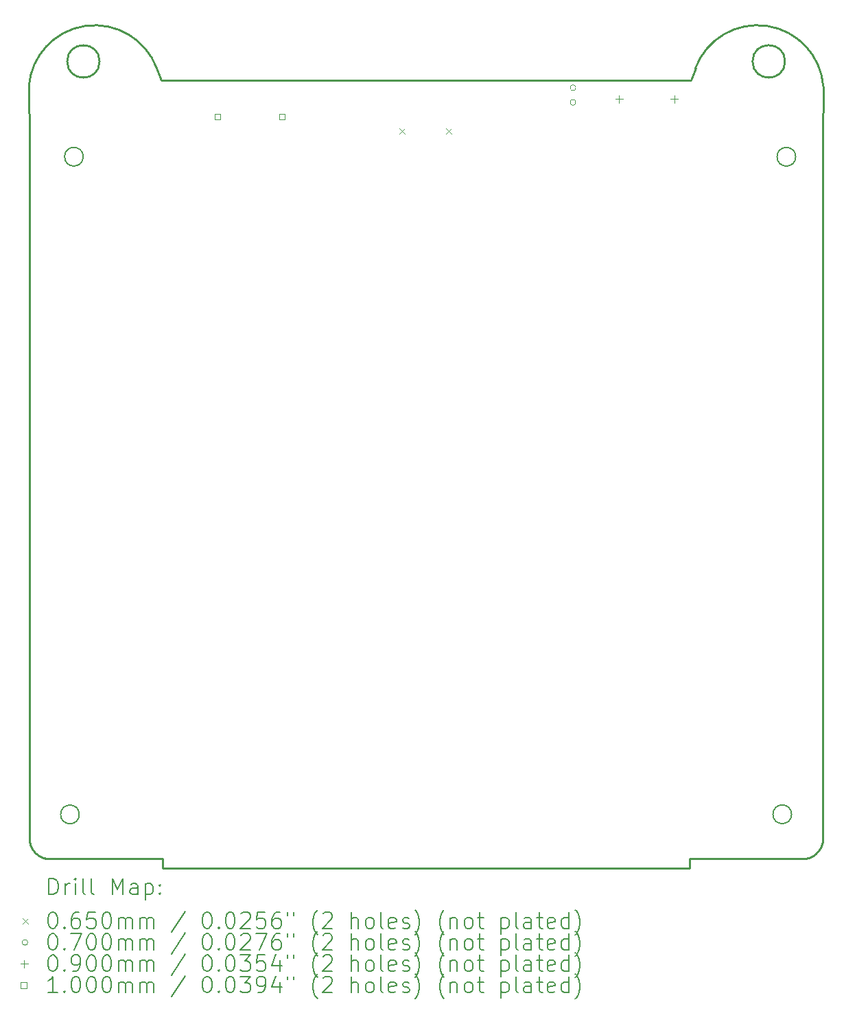
<source format=gbr>
%TF.GenerationSoftware,KiCad,Pcbnew,9.0.1*%
%TF.CreationDate,2025-04-15T01:11:24-06:00*%
%TF.ProjectId,zippy-badge,7a697070-792d-4626-9164-67652e6b6963,rev?*%
%TF.SameCoordinates,PX4d8ff50PY83b6430*%
%TF.FileFunction,Drillmap*%
%TF.FilePolarity,Positive*%
%FSLAX45Y45*%
G04 Gerber Fmt 4.5, Leading zero omitted, Abs format (unit mm)*
G04 Created by KiCad (PCBNEW 9.0.1) date 2025-04-15 01:11:24*
%MOMM*%
%LPD*%
G01*
G04 APERTURE LIST*
%ADD10C,0.250000*%
%ADD11C,0.200000*%
%ADD12C,0.100000*%
G04 APERTURE END LIST*
D10*
X9800200Y8894400D02*
X9806085Y9556287D01*
X8155550Y-85874D02*
X1653150Y-85874D01*
D11*
X9414000Y578000D02*
G75*
G02*
X9184000Y578000I-115000J0D01*
G01*
X9184000Y578000D02*
G75*
G02*
X9414000Y578000I115000J0D01*
G01*
D10*
X83156Y102560D02*
X82649Y103067D01*
X82144Y103574D01*
X81641Y104083D01*
X81139Y104593D01*
X80640Y105105D01*
X80141Y105617D01*
X79644Y106131D01*
X79149Y106646D01*
X78656Y107162D01*
X78163Y107679D01*
X77673Y108198D01*
X77184Y108718D01*
X76697Y109239D01*
X76212Y109761D01*
X75728Y110284D01*
X75245Y110809D01*
X74764Y111335D01*
X74285Y111862D01*
X73807Y112391D01*
X73331Y112920D01*
X72857Y113451D01*
X72384Y113983D01*
X71912Y114517D01*
X71443Y115051D01*
X70974Y115587D01*
X70508Y116124D01*
X70043Y116662D01*
X69579Y117202D01*
X69117Y117743D01*
X68657Y118285D01*
X68198Y118828D01*
X67741Y119373D01*
X67285Y119919D01*
X66831Y120466D01*
X66378Y121014D01*
X65927Y121564D01*
X65477Y122115D01*
X65029Y122667D01*
X64583Y123221D01*
X64138Y123776D01*
X63694Y124332D01*
X63253Y124889D01*
X62812Y125448D01*
X62373Y126008D01*
X61936Y126569D01*
X61500Y127131D01*
X61066Y127695D01*
X60634Y128260D01*
X60202Y128827D01*
X59773Y129394D01*
X59345Y129963D01*
X58918Y130534D01*
X58493Y131105D01*
X58069Y131678D01*
X57647Y132253D01*
X57227Y132828D01*
X56808Y133405D01*
X56390Y133983D01*
X55974Y134563D01*
X55560Y135144D01*
X55147Y135726D01*
X54735Y136309D01*
X54325Y136894D01*
X53917Y137480D01*
X53510Y138068D01*
X53105Y138657D01*
X52701Y139247D01*
X52298Y139839D01*
X51601Y140872D01*
X8500Y8894400D02*
X2817Y9555986D01*
D11*
X674000Y8690000D02*
G75*
G02*
X444000Y8690000I-115000J0D01*
G01*
X444000Y8690000D02*
G75*
G02*
X674000Y8690000I115000J0D01*
G01*
D10*
X9800200Y8894400D02*
X9800200Y282426D01*
X51601Y140872D02*
X50814Y142051D01*
X50034Y143236D01*
X49259Y144426D01*
X48490Y145621D01*
X47728Y146822D01*
X46972Y148028D01*
X46222Y149238D01*
X45478Y150454D01*
X44741Y151675D01*
X44010Y152900D01*
X43286Y154130D01*
X42569Y155364D01*
X41858Y156603D01*
X41154Y157846D01*
X40457Y159093D01*
X39766Y160344D01*
X39083Y161600D01*
X38407Y162859D01*
X37737Y164122D01*
X37075Y165388D01*
X36420Y166659D01*
X35772Y167932D01*
X35451Y168570D01*
X35132Y169209D01*
X34814Y169849D01*
X34498Y170489D01*
X34184Y171130D01*
X33873Y171772D01*
X33562Y172415D01*
X33254Y173058D01*
X32948Y173703D01*
X32643Y174347D01*
X32341Y174993D01*
X32040Y175639D01*
X31741Y176286D01*
X31444Y176934D01*
X31149Y177582D01*
X30856Y178230D01*
X30565Y178880D01*
X30276Y179530D01*
X29988Y180180D01*
X29703Y180831D01*
X29420Y181483D01*
X29138Y182135D01*
X28859Y182788D01*
X28581Y183441D01*
X28306Y184095D01*
X28032Y184749D01*
X28000Y184825D01*
X9795311Y232831D02*
X9795031Y231446D01*
X9794743Y230060D01*
X9794447Y228674D01*
X9794142Y227288D01*
X9793830Y225902D01*
X9793509Y224517D01*
X9793180Y223131D01*
X9792843Y221746D01*
X9792498Y220362D01*
X9792144Y218979D01*
X9791783Y217597D01*
X9791414Y216216D01*
X9791037Y214836D01*
X9790652Y213458D01*
X9790457Y212770D01*
X9790259Y212082D01*
X9790060Y211394D01*
X9789859Y210707D01*
X9789656Y210021D01*
X9789451Y209335D01*
X9789244Y208650D01*
X9789035Y207965D01*
X9788824Y207281D01*
X9788611Y206597D01*
X9788397Y205914D01*
X9788180Y205232D01*
X9787962Y204550D01*
X9787741Y203869D01*
X9787519Y203189D01*
X9787295Y202509D01*
X9787069Y201830D01*
X9786842Y201152D01*
X9786612Y200475D01*
X9786381Y199799D01*
X9786147Y199123D01*
X9785912Y198449D01*
X9785675Y197775D01*
X9785437Y197102D01*
X9785196Y196430D01*
X9784954Y195759D01*
X9784710Y195089D01*
X9784464Y194419D01*
X9784216Y193751D01*
X9783967Y193084D01*
X9783716Y192418D01*
X9783463Y191753D01*
X9783208Y191089D01*
X9782952Y190426D01*
X9782694Y189764D01*
X9782434Y189103D01*
X9782173Y188444D01*
X9781910Y187785D01*
X9781645Y187128D01*
X9781378Y186472D01*
X9781110Y185817D01*
X9780840Y185163D01*
X9780786Y185032D01*
X8155550Y28426D02*
X8155550Y-85874D01*
X875902Y9865684D02*
G75*
G02*
X475902Y9865684I-200000J0D01*
G01*
X475902Y9865684D02*
G75*
G02*
X875902Y9865684I200000J0D01*
G01*
X165468Y47691D02*
X164806Y47965D01*
X164146Y48241D01*
X163487Y48519D01*
X162828Y48799D01*
X162171Y49080D01*
X161515Y49363D01*
X160860Y49648D01*
X160206Y49935D01*
X159552Y50223D01*
X158900Y50513D01*
X158249Y50805D01*
X157599Y51099D01*
X156950Y51394D01*
X156302Y51691D01*
X155654Y51990D01*
X155008Y52291D01*
X154363Y52593D01*
X153719Y52897D01*
X153076Y53203D01*
X152434Y53510D01*
X151792Y53820D01*
X151152Y54131D01*
X150513Y54443D01*
X149875Y54758D01*
X149237Y55074D01*
X148601Y55392D01*
X147966Y55712D01*
X147331Y56034D01*
X146698Y56357D01*
X146065Y56682D01*
X144803Y57337D01*
X143545Y58000D01*
X142290Y58669D01*
X141039Y59346D01*
X139792Y60029D01*
X138549Y60720D01*
X137309Y61418D01*
X136074Y62123D01*
X134841Y62835D01*
X133613Y63554D01*
X132388Y64280D01*
X131166Y65014D01*
X129948Y65754D01*
X128734Y66502D01*
X127523Y67257D01*
X126316Y68019D01*
X125113Y68789D01*
X123913Y69566D01*
X122716Y70350D01*
X121751Y70989D01*
X1636640Y9629626D02*
X8172060Y9629626D01*
X1653150Y28426D02*
X262500Y28426D01*
X121751Y70989D02*
X120580Y71773D01*
X119411Y72566D01*
X118244Y73366D01*
X117080Y74175D01*
X115919Y74991D01*
X114761Y75815D01*
X113606Y76647D01*
X112454Y77486D01*
X111306Y78333D01*
X110161Y79186D01*
X109020Y80047D01*
X107883Y80916D01*
X106750Y81790D01*
X105621Y82672D01*
X104497Y83561D01*
X103377Y84456D01*
X102262Y85357D01*
X101152Y86265D01*
X100599Y86721D01*
X100047Y87179D01*
X99497Y87638D01*
X98948Y88098D01*
X98400Y88561D01*
X97854Y89024D01*
X97309Y89489D01*
X96765Y89956D01*
X96223Y90424D01*
X95682Y90893D01*
X95143Y91363D01*
X94605Y91836D01*
X94069Y92309D01*
X93535Y92783D01*
X93002Y93259D01*
X92470Y93737D01*
X91940Y94215D01*
X91412Y94695D01*
X90885Y95176D01*
X90360Y95658D01*
X89837Y96141D01*
X89315Y96626D01*
X88795Y97111D01*
X88276Y97598D01*
X87760Y98086D01*
X87245Y98575D01*
X86732Y99065D01*
X86221Y99556D01*
X85711Y100048D01*
X85204Y100542D01*
X84698Y101036D01*
X84194Y101531D01*
X83692Y102027D01*
X83192Y102525D01*
X83156Y102560D01*
X9725671Y102687D02*
X9724672Y101695D01*
X9723667Y100708D01*
X9722654Y99726D01*
X9721636Y98748D01*
X9720611Y97775D01*
X9719579Y96808D01*
X9718541Y95845D01*
X9717497Y94887D01*
X9716446Y93934D01*
X9715389Y92987D01*
X9714326Y92044D01*
X9713257Y91107D01*
X9712182Y90175D01*
X9711100Y89249D01*
X9710013Y88328D01*
X9708920Y87413D01*
X9707822Y86503D01*
X9706717Y85599D01*
X9705607Y84701D01*
X9704491Y83808D01*
X9703370Y82921D01*
X9702243Y82040D01*
X9701111Y81165D01*
X9699974Y80296D01*
X9698831Y79433D01*
X9697683Y78576D01*
X9696530Y77725D01*
X9695372Y76881D01*
X9694209Y76043D01*
X9693041Y75211D01*
X9691868Y74385D01*
X9690691Y73566D01*
X9689509Y72753D01*
X9688322Y71947D01*
X9687131Y71148D01*
X9685935Y70355D01*
X9685335Y69961D01*
X9684735Y69569D01*
X9684133Y69178D01*
X9683530Y68790D01*
X9682926Y68402D01*
X9682321Y68017D01*
X9681716Y67633D01*
X9681109Y67251D01*
X9680501Y66871D01*
X9679892Y66492D01*
X9679282Y66115D01*
X9678671Y65740D01*
X9678059Y65367D01*
X9677446Y64995D01*
X9676832Y64626D01*
X9676217Y64257D01*
X9675602Y63891D01*
X9674985Y63527D01*
X9674367Y63164D01*
X9673749Y62803D01*
X9673130Y62444D01*
X9672509Y62086D01*
X9671888Y61731D01*
X9671266Y61377D01*
X9670643Y61025D01*
X9670020Y60675D01*
X9669395Y60327D01*
X9668770Y59980D01*
X9668143Y59636D01*
X9667516Y59293D01*
X9666889Y58952D01*
X9666260Y58613D01*
X9665631Y58276D01*
X9665000Y57940D01*
X9664370Y57607D01*
X9663738Y57275D01*
X9663106Y56945D01*
X9662472Y56617D01*
X9661839Y56291D01*
X9661204Y55967D01*
X9660569Y55645D01*
X9659933Y55324D01*
X9659296Y55006D01*
X9658659Y54689D01*
X9658021Y54375D01*
X9657383Y54062D01*
X9656744Y53751D01*
X9656104Y53442D01*
X9655463Y53135D01*
X9654822Y52830D01*
X9654181Y52527D01*
X9653538Y52226D01*
X9652896Y51927D01*
X9652252Y51630D01*
X9651608Y51334D01*
X9650964Y51041D01*
X9650319Y50749D01*
X9649673Y50460D01*
X9649027Y50172D01*
X9648381Y49887D01*
X9647734Y49603D01*
X9647086Y49322D01*
X9646438Y49042D01*
X9645790Y48764D01*
X9645141Y48489D01*
X9644491Y48215D01*
X9643441Y47777D01*
X9757349Y141245D02*
X9756562Y140074D01*
X9755766Y138907D01*
X9754963Y137741D01*
X9754152Y136579D01*
X9753333Y135419D01*
X9752507Y134263D01*
X9751673Y133109D01*
X9750831Y131959D01*
X9749983Y130812D01*
X9749126Y129669D01*
X9748263Y128530D01*
X9747393Y127395D01*
X9746516Y126264D01*
X9745632Y125138D01*
X9744742Y124016D01*
X9743845Y122898D01*
X9742942Y121786D01*
X9742032Y120678D01*
X9741116Y119575D01*
X9740656Y119026D01*
X9740194Y118478D01*
X9739731Y117931D01*
X9739267Y117386D01*
X9738801Y116842D01*
X9738333Y116300D01*
X9737864Y115759D01*
X9737394Y115219D01*
X9736922Y114681D01*
X9736449Y114145D01*
X9735975Y113610D01*
X9735499Y113076D01*
X9735022Y112544D01*
X9734544Y112013D01*
X9734065Y111485D01*
X9733584Y110957D01*
X9733102Y110432D01*
X9732619Y109907D01*
X9732134Y109385D01*
X9731649Y108864D01*
X9731162Y108345D01*
X9730674Y107828D01*
X9730185Y107312D01*
X9729695Y106798D01*
X9729204Y106286D01*
X9728711Y105776D01*
X9728218Y105267D01*
X9727723Y104760D01*
X9727228Y104255D01*
X9726731Y103752D01*
X9726234Y103251D01*
X9725735Y102751D01*
X9725671Y102687D01*
X1580500Y9784096D02*
X1636640Y9629626D01*
X8500Y282426D02*
X8500Y8894400D01*
X2817Y9555986D02*
G75*
G02*
X1580499Y9784095I814030J-60161D01*
G01*
X9643441Y47777D02*
X9642132Y47239D01*
X9640820Y46708D01*
X9639503Y46184D01*
X9638183Y45667D01*
X9636860Y45158D01*
X9635532Y44655D01*
X9634202Y44160D01*
X9632867Y43672D01*
X9631529Y43192D01*
X9630188Y42718D01*
X9628844Y42252D01*
X9627496Y41794D01*
X9626146Y41343D01*
X9624792Y40899D01*
X9623435Y40462D01*
X9622075Y40033D01*
X9620713Y39612D01*
X9619347Y39198D01*
X9617979Y38791D01*
X9616608Y38392D01*
X9615235Y38001D01*
X9613859Y37617D01*
X9613170Y37428D01*
X9612480Y37241D01*
X9611790Y37056D01*
X9611099Y36873D01*
X9610408Y36691D01*
X9609716Y36512D01*
X9609024Y36334D01*
X9608331Y36159D01*
X9607637Y35985D01*
X9606943Y35813D01*
X9606249Y35643D01*
X9605554Y35475D01*
X9604858Y35309D01*
X9604162Y35145D01*
X9603465Y34983D01*
X9602768Y34823D01*
X9602070Y34665D01*
X9601372Y34509D01*
X9600674Y34354D01*
X9599975Y34202D01*
X9599275Y34052D01*
X9598576Y33903D01*
X9597875Y33757D01*
X9597175Y33612D01*
X9596473Y33470D01*
X9595772Y33329D01*
X9595070Y33190D01*
X9594368Y33054D01*
X9593665Y32919D01*
X9592962Y32786D01*
X9592259Y32655D01*
X9591555Y32526D01*
X9590851Y32399D01*
X9590147Y32275D01*
X9589442Y32152D01*
X9588737Y32031D01*
X9588032Y31912D01*
X9587326Y31795D01*
X9586620Y31680D01*
X9585914Y31567D01*
X9585208Y31456D01*
X9584501Y31347D01*
X9583794Y31240D01*
X9583087Y31134D01*
X9582380Y31031D01*
X9581672Y30930D01*
X9580964Y30831D01*
X9580256Y30734D01*
X9579548Y30639D01*
X9578839Y30546D01*
X9578131Y30455D01*
X9577422Y30366D01*
X9576713Y30278D01*
X9576004Y30193D01*
X9575295Y30110D01*
X9574585Y30029D01*
X9573876Y29950D01*
X9573166Y29873D01*
X9572456Y29797D01*
X9571746Y29724D01*
X9571037Y29653D01*
X9570326Y29584D01*
X9569616Y29517D01*
X9568906Y29452D01*
X9568196Y29389D01*
X9567486Y29327D01*
X9566775Y29268D01*
X9566065Y29211D01*
X9565355Y29156D01*
X9564644Y29103D01*
X9563934Y29052D01*
X9563223Y29003D01*
X9562513Y28956D01*
X9561802Y28911D01*
X9561092Y28867D01*
X9560382Y28826D01*
X9559671Y28787D01*
X9558961Y28750D01*
X9558251Y28715D01*
X9557541Y28682D01*
X9556831Y28651D01*
X9556120Y28622D01*
X9555411Y28595D01*
X9554701Y28570D01*
X9553991Y28547D01*
X9553281Y28526D01*
X9552572Y28507D01*
X9551862Y28490D01*
X9551153Y28475D01*
X9550444Y28462D01*
X9549735Y28451D01*
X9549026Y28442D01*
X9548318Y28435D01*
X9547609Y28430D01*
X9546200Y28426D01*
X213106Y33275D02*
X211719Y33554D01*
X210332Y33841D01*
X208945Y34137D01*
X207558Y34440D01*
X206171Y34752D01*
X204785Y35072D01*
X203399Y35400D01*
X202014Y35736D01*
X200629Y36080D01*
X199246Y36432D01*
X197864Y36792D01*
X196483Y37160D01*
X195103Y37535D01*
X194414Y37726D01*
X193725Y37919D01*
X193037Y38114D01*
X192349Y38310D01*
X191661Y38509D01*
X190975Y38710D01*
X190288Y38912D01*
X189602Y39117D01*
X188917Y39323D01*
X188232Y39531D01*
X187548Y39742D01*
X186865Y39954D01*
X186182Y40168D01*
X185500Y40384D01*
X184818Y40601D01*
X184137Y40821D01*
X183457Y41043D01*
X182777Y41266D01*
X182099Y41491D01*
X181421Y41718D01*
X180744Y41947D01*
X180067Y42178D01*
X179392Y42411D01*
X178717Y42645D01*
X178043Y42882D01*
X177370Y43120D01*
X176698Y43360D01*
X176027Y43601D01*
X175357Y43845D01*
X174688Y44090D01*
X174019Y44337D01*
X173352Y44586D01*
X172686Y44837D01*
X172020Y45089D01*
X171356Y45343D01*
X170693Y45599D01*
X170031Y45857D01*
X169369Y46116D01*
X168709Y46377D01*
X168050Y46640D01*
X167393Y46904D01*
X166736Y47170D01*
X165468Y47691D01*
X28000Y184825D02*
X27461Y186132D01*
X26928Y187444D01*
X26402Y188759D01*
X25883Y190078D01*
X25372Y191401D01*
X24868Y192727D01*
X24371Y194057D01*
X23881Y195390D01*
X23398Y196727D01*
X22923Y198067D01*
X22455Y199411D01*
X21994Y200758D01*
X21541Y202108D01*
X21095Y203461D01*
X20656Y204817D01*
X20225Y206176D01*
X19802Y207538D01*
X19386Y208903D01*
X18977Y210270D01*
X18576Y211641D01*
X18183Y213014D01*
X17989Y213701D01*
X17797Y214389D01*
X17607Y215078D01*
X17418Y215767D01*
X17232Y216457D01*
X17048Y217148D01*
X16865Y217839D01*
X16685Y218530D01*
X16506Y219223D01*
X16329Y219915D01*
X16155Y220609D01*
X15982Y221303D01*
X15811Y221997D01*
X15642Y222692D01*
X15475Y223387D01*
X15310Y224083D01*
X15147Y224780D01*
X14985Y225477D01*
X14826Y226174D01*
X14669Y226872D01*
X14513Y227571D01*
X14360Y228270D01*
X14208Y228969D01*
X14059Y229669D01*
X13911Y230369D01*
X13765Y231069D01*
X13622Y231770D01*
X13480Y232472D01*
X13340Y233173D01*
X13202Y233876D01*
X13067Y234578D01*
X12933Y235281D01*
X12801Y235984D01*
X12671Y236688D01*
X12543Y237392D01*
X12417Y238096D01*
X12293Y238801D01*
X12171Y239506D01*
X12051Y240211D01*
X11933Y240917D01*
X11817Y241622D01*
X11703Y242328D01*
X11590Y243035D01*
X11480Y243741D01*
X11372Y244448D01*
X11266Y245155D01*
X11162Y245863D01*
X11060Y246570D01*
X10959Y247278D01*
X10861Y247986D01*
X10765Y248694D01*
X10671Y249403D01*
X10579Y250111D01*
X10488Y250820D01*
X10400Y251529D01*
X10314Y252238D01*
X10230Y252947D01*
X10147Y253656D01*
X10067Y254366D01*
X9989Y255076D01*
X9912Y255785D01*
X9838Y256495D01*
X9766Y257205D01*
X9696Y257915D01*
X9627Y258625D01*
X9561Y259335D01*
X9497Y260045D01*
X9435Y260756D01*
X9375Y261466D01*
X9316Y262176D01*
X9260Y262887D01*
X9206Y263597D01*
X9154Y264307D01*
X9103Y265018D01*
X9055Y265728D01*
X9009Y266439D01*
X8965Y267149D01*
X8923Y267859D01*
X8882Y268570D01*
X8844Y269280D01*
X8808Y269990D01*
X8774Y270700D01*
X8742Y271410D01*
X8712Y272120D01*
X8684Y272830D01*
X8657Y273540D01*
X8633Y274250D01*
X8611Y274959D01*
X8591Y275669D01*
X8573Y276378D01*
X8557Y277087D01*
X8543Y277796D01*
X8531Y278505D01*
X8521Y279214D01*
X8513Y279923D01*
X8506Y280631D01*
X8502Y281339D01*
X8500Y282047D01*
X8500Y282426D01*
X9333000Y9866000D02*
G75*
G02*
X8933000Y9866000I-200000J0D01*
G01*
X8933000Y9866000D02*
G75*
G02*
X9333000Y9866000I200000J0D01*
G01*
X8228402Y9784412D02*
G75*
G02*
X9806084Y9556302I763652J-288271D01*
G01*
X1653150Y28426D02*
X1653150Y-85874D01*
D11*
X625000Y577000D02*
G75*
G02*
X395000Y577000I-115000J0D01*
G01*
X395000Y577000D02*
G75*
G02*
X625000Y577000I115000J0D01*
G01*
D10*
X8172060Y9629626D02*
X8228402Y9784412D01*
X9546200Y28426D02*
X8155550Y28426D01*
X262500Y28426D02*
X261784Y28427D01*
X261068Y28430D01*
X260353Y28435D01*
X259638Y28442D01*
X258923Y28451D01*
X258208Y28462D01*
X257494Y28475D01*
X256780Y28490D01*
X256066Y28507D01*
X255353Y28526D01*
X253927Y28570D01*
X252502Y28622D01*
X251078Y28681D01*
X249655Y28749D01*
X248233Y28825D01*
X246812Y28909D01*
X245392Y29000D01*
X243972Y29100D01*
X242554Y29208D01*
X241137Y29323D01*
X239720Y29447D01*
X238305Y29578D01*
X236890Y29717D01*
X235476Y29865D01*
X234062Y30020D01*
X232650Y30183D01*
X231238Y30355D01*
X229827Y30534D01*
X228416Y30721D01*
X227006Y30916D01*
X225597Y31119D01*
X224188Y31330D01*
X222780Y31550D01*
X221372Y31777D01*
X219965Y32012D01*
X218559Y32255D01*
X217153Y32506D01*
X215747Y32766D01*
X214342Y33033D01*
X213106Y33275D01*
D11*
X9465000Y8690000D02*
G75*
G02*
X9235000Y8690000I-115000J0D01*
G01*
X9235000Y8690000D02*
G75*
G02*
X9465000Y8690000I115000J0D01*
G01*
D10*
X9800200Y282426D02*
X9800199Y281710D01*
X9800196Y280994D01*
X9800191Y280279D01*
X9800184Y279564D01*
X9800175Y278849D01*
X9800164Y278134D01*
X9800151Y277420D01*
X9800136Y276706D01*
X9800119Y275992D01*
X9800100Y275278D01*
X9800079Y274565D01*
X9800056Y273852D01*
X9800004Y272427D01*
X9799945Y271003D01*
X9799877Y269580D01*
X9799801Y268158D01*
X9799717Y266737D01*
X9799626Y265317D01*
X9799526Y263898D01*
X9799418Y262480D01*
X9799303Y261063D01*
X9799179Y259646D01*
X9799048Y258231D01*
X9798909Y256816D01*
X9798761Y255402D01*
X9798606Y253988D01*
X9798443Y252576D01*
X9798272Y251164D01*
X9798092Y249753D01*
X9797905Y248342D01*
X9797710Y246933D01*
X9797507Y245523D01*
X9797296Y244115D01*
X9797077Y242707D01*
X9796849Y241299D01*
X9796614Y239892D01*
X9796371Y238486D01*
X9796120Y237080D01*
X9795860Y235674D01*
X9795593Y234269D01*
X9795318Y232864D01*
X9795311Y232831D01*
X9780786Y185032D02*
X9780510Y184371D01*
X9780233Y183711D01*
X9779954Y183052D01*
X9779673Y182394D01*
X9779391Y181738D01*
X9779107Y181082D01*
X9778821Y180427D01*
X9778533Y179773D01*
X9778244Y179120D01*
X9777953Y178469D01*
X9777660Y177818D01*
X9777365Y177168D01*
X9777069Y176520D01*
X9776771Y175872D01*
X9776471Y175225D01*
X9776169Y174580D01*
X9775866Y173935D01*
X9775561Y173291D01*
X9775254Y172648D01*
X9774946Y172007D01*
X9774635Y171366D01*
X9774323Y170726D01*
X9774010Y170087D01*
X9773694Y169450D01*
X9773377Y168813D01*
X9773058Y168177D01*
X9772737Y167542D01*
X9772415Y166908D01*
X9772090Y166275D01*
X9771764Y165643D01*
X9771107Y164382D01*
X9770443Y163125D01*
X9769771Y161871D01*
X9769093Y160622D01*
X9768407Y159376D01*
X9767715Y158133D01*
X9767015Y156895D01*
X9766308Y155660D01*
X9765594Y154429D01*
X9764873Y153201D01*
X9764145Y151978D01*
X9763410Y150757D01*
X9762667Y149541D01*
X9761918Y148328D01*
X9761161Y147118D01*
X9760397Y145912D01*
X9759625Y144710D01*
X9758847Y143511D01*
X9758061Y142316D01*
X9757349Y141245D01*
D11*
D12*
X4576500Y9041500D02*
X4641500Y8976500D01*
X4641500Y9041500D02*
X4576500Y8976500D01*
X5154500Y9041500D02*
X5219500Y8976500D01*
X5219500Y9041500D02*
X5154500Y8976500D01*
X6752000Y9541000D02*
G75*
G02*
X6682000Y9541000I-35000J0D01*
G01*
X6682000Y9541000D02*
G75*
G02*
X6752000Y9541000I35000J0D01*
G01*
X6752000Y9361000D02*
G75*
G02*
X6682000Y9361000I-35000J0D01*
G01*
X6682000Y9361000D02*
G75*
G02*
X6752000Y9361000I35000J0D01*
G01*
X7288000Y9447000D02*
X7288000Y9357000D01*
X7243000Y9402000D02*
X7333000Y9402000D01*
X7968000Y9447000D02*
X7968000Y9357000D01*
X7923000Y9402000D02*
X8013000Y9402000D01*
X2366356Y9147644D02*
X2366356Y9218356D01*
X2295644Y9218356D01*
X2295644Y9147644D01*
X2366356Y9147644D01*
X3164356Y9147644D02*
X3164356Y9218356D01*
X3093644Y9218356D01*
X3093644Y9147644D01*
X3164356Y9147644D01*
D11*
X251093Y-409858D02*
X251093Y-209858D01*
X251093Y-209858D02*
X298713Y-209858D01*
X298713Y-209858D02*
X327284Y-219382D01*
X327284Y-219382D02*
X346332Y-238429D01*
X346332Y-238429D02*
X355855Y-257477D01*
X355855Y-257477D02*
X365379Y-295572D01*
X365379Y-295572D02*
X365379Y-324144D01*
X365379Y-324144D02*
X355855Y-362239D01*
X355855Y-362239D02*
X346332Y-381286D01*
X346332Y-381286D02*
X327284Y-400334D01*
X327284Y-400334D02*
X298713Y-409858D01*
X298713Y-409858D02*
X251093Y-409858D01*
X451093Y-409858D02*
X451093Y-276524D01*
X451093Y-314620D02*
X460617Y-295572D01*
X460617Y-295572D02*
X470141Y-286048D01*
X470141Y-286048D02*
X489189Y-276524D01*
X489189Y-276524D02*
X508236Y-276524D01*
X574903Y-409858D02*
X574903Y-276524D01*
X574903Y-209858D02*
X565379Y-219382D01*
X565379Y-219382D02*
X574903Y-228905D01*
X574903Y-228905D02*
X584427Y-219382D01*
X584427Y-219382D02*
X574903Y-209858D01*
X574903Y-209858D02*
X574903Y-228905D01*
X698713Y-409858D02*
X679665Y-400334D01*
X679665Y-400334D02*
X670141Y-381286D01*
X670141Y-381286D02*
X670141Y-209858D01*
X803474Y-409858D02*
X784427Y-400334D01*
X784427Y-400334D02*
X774903Y-381286D01*
X774903Y-381286D02*
X774903Y-209858D01*
X1032046Y-409858D02*
X1032046Y-209858D01*
X1032046Y-209858D02*
X1098713Y-352715D01*
X1098713Y-352715D02*
X1165379Y-209858D01*
X1165379Y-209858D02*
X1165379Y-409858D01*
X1346332Y-409858D02*
X1346332Y-305096D01*
X1346332Y-305096D02*
X1336808Y-286048D01*
X1336808Y-286048D02*
X1317760Y-276524D01*
X1317760Y-276524D02*
X1279665Y-276524D01*
X1279665Y-276524D02*
X1260617Y-286048D01*
X1346332Y-400334D02*
X1327284Y-409858D01*
X1327284Y-409858D02*
X1279665Y-409858D01*
X1279665Y-409858D02*
X1260617Y-400334D01*
X1260617Y-400334D02*
X1251094Y-381286D01*
X1251094Y-381286D02*
X1251094Y-362239D01*
X1251094Y-362239D02*
X1260617Y-343191D01*
X1260617Y-343191D02*
X1279665Y-333667D01*
X1279665Y-333667D02*
X1327284Y-333667D01*
X1327284Y-333667D02*
X1346332Y-324144D01*
X1441570Y-276524D02*
X1441570Y-476524D01*
X1441570Y-286048D02*
X1460617Y-276524D01*
X1460617Y-276524D02*
X1498713Y-276524D01*
X1498713Y-276524D02*
X1517760Y-286048D01*
X1517760Y-286048D02*
X1527284Y-295572D01*
X1527284Y-295572D02*
X1536808Y-314620D01*
X1536808Y-314620D02*
X1536808Y-371762D01*
X1536808Y-371762D02*
X1527284Y-390810D01*
X1527284Y-390810D02*
X1517760Y-400334D01*
X1517760Y-400334D02*
X1498713Y-409858D01*
X1498713Y-409858D02*
X1460617Y-409858D01*
X1460617Y-409858D02*
X1441570Y-400334D01*
X1622522Y-390810D02*
X1632046Y-400334D01*
X1632046Y-400334D02*
X1622522Y-409858D01*
X1622522Y-409858D02*
X1612998Y-400334D01*
X1612998Y-400334D02*
X1622522Y-390810D01*
X1622522Y-390810D02*
X1622522Y-409858D01*
X1622522Y-286048D02*
X1632046Y-295572D01*
X1632046Y-295572D02*
X1622522Y-305096D01*
X1622522Y-305096D02*
X1612998Y-295572D01*
X1612998Y-295572D02*
X1622522Y-286048D01*
X1622522Y-286048D02*
X1622522Y-305096D01*
D12*
X-74683Y-705874D02*
X-9683Y-770874D01*
X-9683Y-705874D02*
X-74683Y-770874D01*
D11*
X289189Y-629858D02*
X308236Y-629858D01*
X308236Y-629858D02*
X327284Y-639382D01*
X327284Y-639382D02*
X336808Y-648905D01*
X336808Y-648905D02*
X346332Y-667953D01*
X346332Y-667953D02*
X355855Y-706048D01*
X355855Y-706048D02*
X355855Y-753667D01*
X355855Y-753667D02*
X346332Y-791762D01*
X346332Y-791762D02*
X336808Y-810810D01*
X336808Y-810810D02*
X327284Y-820334D01*
X327284Y-820334D02*
X308236Y-829858D01*
X308236Y-829858D02*
X289189Y-829858D01*
X289189Y-829858D02*
X270141Y-820334D01*
X270141Y-820334D02*
X260617Y-810810D01*
X260617Y-810810D02*
X251093Y-791762D01*
X251093Y-791762D02*
X241570Y-753667D01*
X241570Y-753667D02*
X241570Y-706048D01*
X241570Y-706048D02*
X251093Y-667953D01*
X251093Y-667953D02*
X260617Y-648905D01*
X260617Y-648905D02*
X270141Y-639382D01*
X270141Y-639382D02*
X289189Y-629858D01*
X441570Y-810810D02*
X451093Y-820334D01*
X451093Y-820334D02*
X441570Y-829858D01*
X441570Y-829858D02*
X432046Y-820334D01*
X432046Y-820334D02*
X441570Y-810810D01*
X441570Y-810810D02*
X441570Y-829858D01*
X622522Y-629858D02*
X584427Y-629858D01*
X584427Y-629858D02*
X565379Y-639382D01*
X565379Y-639382D02*
X555855Y-648905D01*
X555855Y-648905D02*
X536808Y-677477D01*
X536808Y-677477D02*
X527284Y-715572D01*
X527284Y-715572D02*
X527284Y-791762D01*
X527284Y-791762D02*
X536808Y-810810D01*
X536808Y-810810D02*
X546332Y-820334D01*
X546332Y-820334D02*
X565379Y-829858D01*
X565379Y-829858D02*
X603475Y-829858D01*
X603475Y-829858D02*
X622522Y-820334D01*
X622522Y-820334D02*
X632046Y-810810D01*
X632046Y-810810D02*
X641570Y-791762D01*
X641570Y-791762D02*
X641570Y-744143D01*
X641570Y-744143D02*
X632046Y-725096D01*
X632046Y-725096D02*
X622522Y-715572D01*
X622522Y-715572D02*
X603475Y-706048D01*
X603475Y-706048D02*
X565379Y-706048D01*
X565379Y-706048D02*
X546332Y-715572D01*
X546332Y-715572D02*
X536808Y-725096D01*
X536808Y-725096D02*
X527284Y-744143D01*
X822522Y-629858D02*
X727284Y-629858D01*
X727284Y-629858D02*
X717760Y-725096D01*
X717760Y-725096D02*
X727284Y-715572D01*
X727284Y-715572D02*
X746332Y-706048D01*
X746332Y-706048D02*
X793951Y-706048D01*
X793951Y-706048D02*
X812998Y-715572D01*
X812998Y-715572D02*
X822522Y-725096D01*
X822522Y-725096D02*
X832046Y-744143D01*
X832046Y-744143D02*
X832046Y-791762D01*
X832046Y-791762D02*
X822522Y-810810D01*
X822522Y-810810D02*
X812998Y-820334D01*
X812998Y-820334D02*
X793951Y-829858D01*
X793951Y-829858D02*
X746332Y-829858D01*
X746332Y-829858D02*
X727284Y-820334D01*
X727284Y-820334D02*
X717760Y-810810D01*
X955855Y-629858D02*
X974903Y-629858D01*
X974903Y-629858D02*
X993951Y-639382D01*
X993951Y-639382D02*
X1003474Y-648905D01*
X1003474Y-648905D02*
X1012998Y-667953D01*
X1012998Y-667953D02*
X1022522Y-706048D01*
X1022522Y-706048D02*
X1022522Y-753667D01*
X1022522Y-753667D02*
X1012998Y-791762D01*
X1012998Y-791762D02*
X1003474Y-810810D01*
X1003474Y-810810D02*
X993951Y-820334D01*
X993951Y-820334D02*
X974903Y-829858D01*
X974903Y-829858D02*
X955855Y-829858D01*
X955855Y-829858D02*
X936808Y-820334D01*
X936808Y-820334D02*
X927284Y-810810D01*
X927284Y-810810D02*
X917760Y-791762D01*
X917760Y-791762D02*
X908236Y-753667D01*
X908236Y-753667D02*
X908236Y-706048D01*
X908236Y-706048D02*
X917760Y-667953D01*
X917760Y-667953D02*
X927284Y-648905D01*
X927284Y-648905D02*
X936808Y-639382D01*
X936808Y-639382D02*
X955855Y-629858D01*
X1108236Y-829858D02*
X1108236Y-696524D01*
X1108236Y-715572D02*
X1117760Y-706048D01*
X1117760Y-706048D02*
X1136808Y-696524D01*
X1136808Y-696524D02*
X1165379Y-696524D01*
X1165379Y-696524D02*
X1184427Y-706048D01*
X1184427Y-706048D02*
X1193951Y-725096D01*
X1193951Y-725096D02*
X1193951Y-829858D01*
X1193951Y-725096D02*
X1203475Y-706048D01*
X1203475Y-706048D02*
X1222522Y-696524D01*
X1222522Y-696524D02*
X1251094Y-696524D01*
X1251094Y-696524D02*
X1270141Y-706048D01*
X1270141Y-706048D02*
X1279665Y-725096D01*
X1279665Y-725096D02*
X1279665Y-829858D01*
X1374903Y-829858D02*
X1374903Y-696524D01*
X1374903Y-715572D02*
X1384427Y-706048D01*
X1384427Y-706048D02*
X1403474Y-696524D01*
X1403474Y-696524D02*
X1432046Y-696524D01*
X1432046Y-696524D02*
X1451094Y-706048D01*
X1451094Y-706048D02*
X1460617Y-725096D01*
X1460617Y-725096D02*
X1460617Y-829858D01*
X1460617Y-725096D02*
X1470141Y-706048D01*
X1470141Y-706048D02*
X1489189Y-696524D01*
X1489189Y-696524D02*
X1517760Y-696524D01*
X1517760Y-696524D02*
X1536808Y-706048D01*
X1536808Y-706048D02*
X1546332Y-725096D01*
X1546332Y-725096D02*
X1546332Y-829858D01*
X1936808Y-620334D02*
X1765379Y-877477D01*
X2193951Y-629858D02*
X2212999Y-629858D01*
X2212999Y-629858D02*
X2232046Y-639382D01*
X2232046Y-639382D02*
X2241570Y-648905D01*
X2241570Y-648905D02*
X2251094Y-667953D01*
X2251094Y-667953D02*
X2260618Y-706048D01*
X2260618Y-706048D02*
X2260618Y-753667D01*
X2260618Y-753667D02*
X2251094Y-791762D01*
X2251094Y-791762D02*
X2241570Y-810810D01*
X2241570Y-810810D02*
X2232046Y-820334D01*
X2232046Y-820334D02*
X2212999Y-829858D01*
X2212999Y-829858D02*
X2193951Y-829858D01*
X2193951Y-829858D02*
X2174903Y-820334D01*
X2174903Y-820334D02*
X2165379Y-810810D01*
X2165379Y-810810D02*
X2155856Y-791762D01*
X2155856Y-791762D02*
X2146332Y-753667D01*
X2146332Y-753667D02*
X2146332Y-706048D01*
X2146332Y-706048D02*
X2155856Y-667953D01*
X2155856Y-667953D02*
X2165379Y-648905D01*
X2165379Y-648905D02*
X2174903Y-639382D01*
X2174903Y-639382D02*
X2193951Y-629858D01*
X2346332Y-810810D02*
X2355856Y-820334D01*
X2355856Y-820334D02*
X2346332Y-829858D01*
X2346332Y-829858D02*
X2336808Y-820334D01*
X2336808Y-820334D02*
X2346332Y-810810D01*
X2346332Y-810810D02*
X2346332Y-829858D01*
X2479665Y-629858D02*
X2498713Y-629858D01*
X2498713Y-629858D02*
X2517760Y-639382D01*
X2517760Y-639382D02*
X2527284Y-648905D01*
X2527284Y-648905D02*
X2536808Y-667953D01*
X2536808Y-667953D02*
X2546332Y-706048D01*
X2546332Y-706048D02*
X2546332Y-753667D01*
X2546332Y-753667D02*
X2536808Y-791762D01*
X2536808Y-791762D02*
X2527284Y-810810D01*
X2527284Y-810810D02*
X2517760Y-820334D01*
X2517760Y-820334D02*
X2498713Y-829858D01*
X2498713Y-829858D02*
X2479665Y-829858D01*
X2479665Y-829858D02*
X2460618Y-820334D01*
X2460618Y-820334D02*
X2451094Y-810810D01*
X2451094Y-810810D02*
X2441570Y-791762D01*
X2441570Y-791762D02*
X2432046Y-753667D01*
X2432046Y-753667D02*
X2432046Y-706048D01*
X2432046Y-706048D02*
X2441570Y-667953D01*
X2441570Y-667953D02*
X2451094Y-648905D01*
X2451094Y-648905D02*
X2460618Y-639382D01*
X2460618Y-639382D02*
X2479665Y-629858D01*
X2622522Y-648905D02*
X2632046Y-639382D01*
X2632046Y-639382D02*
X2651094Y-629858D01*
X2651094Y-629858D02*
X2698713Y-629858D01*
X2698713Y-629858D02*
X2717760Y-639382D01*
X2717760Y-639382D02*
X2727284Y-648905D01*
X2727284Y-648905D02*
X2736808Y-667953D01*
X2736808Y-667953D02*
X2736808Y-687001D01*
X2736808Y-687001D02*
X2727284Y-715572D01*
X2727284Y-715572D02*
X2612999Y-829858D01*
X2612999Y-829858D02*
X2736808Y-829858D01*
X2917760Y-629858D02*
X2822522Y-629858D01*
X2822522Y-629858D02*
X2812998Y-725096D01*
X2812998Y-725096D02*
X2822522Y-715572D01*
X2822522Y-715572D02*
X2841570Y-706048D01*
X2841570Y-706048D02*
X2889189Y-706048D01*
X2889189Y-706048D02*
X2908237Y-715572D01*
X2908237Y-715572D02*
X2917760Y-725096D01*
X2917760Y-725096D02*
X2927284Y-744143D01*
X2927284Y-744143D02*
X2927284Y-791762D01*
X2927284Y-791762D02*
X2917760Y-810810D01*
X2917760Y-810810D02*
X2908237Y-820334D01*
X2908237Y-820334D02*
X2889189Y-829858D01*
X2889189Y-829858D02*
X2841570Y-829858D01*
X2841570Y-829858D02*
X2822522Y-820334D01*
X2822522Y-820334D02*
X2812998Y-810810D01*
X3098713Y-629858D02*
X3060617Y-629858D01*
X3060617Y-629858D02*
X3041570Y-639382D01*
X3041570Y-639382D02*
X3032046Y-648905D01*
X3032046Y-648905D02*
X3012998Y-677477D01*
X3012998Y-677477D02*
X3003475Y-715572D01*
X3003475Y-715572D02*
X3003475Y-791762D01*
X3003475Y-791762D02*
X3012998Y-810810D01*
X3012998Y-810810D02*
X3022522Y-820334D01*
X3022522Y-820334D02*
X3041570Y-829858D01*
X3041570Y-829858D02*
X3079665Y-829858D01*
X3079665Y-829858D02*
X3098713Y-820334D01*
X3098713Y-820334D02*
X3108237Y-810810D01*
X3108237Y-810810D02*
X3117760Y-791762D01*
X3117760Y-791762D02*
X3117760Y-744143D01*
X3117760Y-744143D02*
X3108237Y-725096D01*
X3108237Y-725096D02*
X3098713Y-715572D01*
X3098713Y-715572D02*
X3079665Y-706048D01*
X3079665Y-706048D02*
X3041570Y-706048D01*
X3041570Y-706048D02*
X3022522Y-715572D01*
X3022522Y-715572D02*
X3012998Y-725096D01*
X3012998Y-725096D02*
X3003475Y-744143D01*
X3193951Y-629858D02*
X3193951Y-667953D01*
X3270141Y-629858D02*
X3270141Y-667953D01*
X3565380Y-906048D02*
X3555856Y-896524D01*
X3555856Y-896524D02*
X3536808Y-867953D01*
X3536808Y-867953D02*
X3527284Y-848905D01*
X3527284Y-848905D02*
X3517760Y-820334D01*
X3517760Y-820334D02*
X3508237Y-772715D01*
X3508237Y-772715D02*
X3508237Y-734620D01*
X3508237Y-734620D02*
X3517760Y-687001D01*
X3517760Y-687001D02*
X3527284Y-658429D01*
X3527284Y-658429D02*
X3536808Y-639382D01*
X3536808Y-639382D02*
X3555856Y-610810D01*
X3555856Y-610810D02*
X3565380Y-601286D01*
X3632046Y-648905D02*
X3641570Y-639382D01*
X3641570Y-639382D02*
X3660618Y-629858D01*
X3660618Y-629858D02*
X3708237Y-629858D01*
X3708237Y-629858D02*
X3727284Y-639382D01*
X3727284Y-639382D02*
X3736808Y-648905D01*
X3736808Y-648905D02*
X3746332Y-667953D01*
X3746332Y-667953D02*
X3746332Y-687001D01*
X3746332Y-687001D02*
X3736808Y-715572D01*
X3736808Y-715572D02*
X3622522Y-829858D01*
X3622522Y-829858D02*
X3746332Y-829858D01*
X3984427Y-829858D02*
X3984427Y-629858D01*
X4070141Y-829858D02*
X4070141Y-725096D01*
X4070141Y-725096D02*
X4060618Y-706048D01*
X4060618Y-706048D02*
X4041570Y-696524D01*
X4041570Y-696524D02*
X4012999Y-696524D01*
X4012999Y-696524D02*
X3993951Y-706048D01*
X3993951Y-706048D02*
X3984427Y-715572D01*
X4193951Y-829858D02*
X4174903Y-820334D01*
X4174903Y-820334D02*
X4165380Y-810810D01*
X4165380Y-810810D02*
X4155856Y-791762D01*
X4155856Y-791762D02*
X4155856Y-734620D01*
X4155856Y-734620D02*
X4165380Y-715572D01*
X4165380Y-715572D02*
X4174903Y-706048D01*
X4174903Y-706048D02*
X4193951Y-696524D01*
X4193951Y-696524D02*
X4222523Y-696524D01*
X4222523Y-696524D02*
X4241570Y-706048D01*
X4241570Y-706048D02*
X4251094Y-715572D01*
X4251094Y-715572D02*
X4260618Y-734620D01*
X4260618Y-734620D02*
X4260618Y-791762D01*
X4260618Y-791762D02*
X4251094Y-810810D01*
X4251094Y-810810D02*
X4241570Y-820334D01*
X4241570Y-820334D02*
X4222523Y-829858D01*
X4222523Y-829858D02*
X4193951Y-829858D01*
X4374903Y-829858D02*
X4355856Y-820334D01*
X4355856Y-820334D02*
X4346332Y-801286D01*
X4346332Y-801286D02*
X4346332Y-629858D01*
X4527284Y-820334D02*
X4508237Y-829858D01*
X4508237Y-829858D02*
X4470142Y-829858D01*
X4470142Y-829858D02*
X4451094Y-820334D01*
X4451094Y-820334D02*
X4441570Y-801286D01*
X4441570Y-801286D02*
X4441570Y-725096D01*
X4441570Y-725096D02*
X4451094Y-706048D01*
X4451094Y-706048D02*
X4470142Y-696524D01*
X4470142Y-696524D02*
X4508237Y-696524D01*
X4508237Y-696524D02*
X4527284Y-706048D01*
X4527284Y-706048D02*
X4536808Y-725096D01*
X4536808Y-725096D02*
X4536808Y-744143D01*
X4536808Y-744143D02*
X4441570Y-763191D01*
X4612999Y-820334D02*
X4632046Y-829858D01*
X4632046Y-829858D02*
X4670142Y-829858D01*
X4670142Y-829858D02*
X4689189Y-820334D01*
X4689189Y-820334D02*
X4698713Y-801286D01*
X4698713Y-801286D02*
X4698713Y-791762D01*
X4698713Y-791762D02*
X4689189Y-772715D01*
X4689189Y-772715D02*
X4670142Y-763191D01*
X4670142Y-763191D02*
X4641570Y-763191D01*
X4641570Y-763191D02*
X4622523Y-753667D01*
X4622523Y-753667D02*
X4612999Y-734620D01*
X4612999Y-734620D02*
X4612999Y-725096D01*
X4612999Y-725096D02*
X4622523Y-706048D01*
X4622523Y-706048D02*
X4641570Y-696524D01*
X4641570Y-696524D02*
X4670142Y-696524D01*
X4670142Y-696524D02*
X4689189Y-706048D01*
X4765380Y-906048D02*
X4774904Y-896524D01*
X4774904Y-896524D02*
X4793951Y-867953D01*
X4793951Y-867953D02*
X4803475Y-848905D01*
X4803475Y-848905D02*
X4812999Y-820334D01*
X4812999Y-820334D02*
X4822523Y-772715D01*
X4822523Y-772715D02*
X4822523Y-734620D01*
X4822523Y-734620D02*
X4812999Y-687001D01*
X4812999Y-687001D02*
X4803475Y-658429D01*
X4803475Y-658429D02*
X4793951Y-639382D01*
X4793951Y-639382D02*
X4774904Y-610810D01*
X4774904Y-610810D02*
X4765380Y-601286D01*
X5127285Y-906048D02*
X5117761Y-896524D01*
X5117761Y-896524D02*
X5098713Y-867953D01*
X5098713Y-867953D02*
X5089189Y-848905D01*
X5089189Y-848905D02*
X5079665Y-820334D01*
X5079665Y-820334D02*
X5070142Y-772715D01*
X5070142Y-772715D02*
X5070142Y-734620D01*
X5070142Y-734620D02*
X5079665Y-687001D01*
X5079665Y-687001D02*
X5089189Y-658429D01*
X5089189Y-658429D02*
X5098713Y-639382D01*
X5098713Y-639382D02*
X5117761Y-610810D01*
X5117761Y-610810D02*
X5127285Y-601286D01*
X5203475Y-696524D02*
X5203475Y-829858D01*
X5203475Y-715572D02*
X5212999Y-706048D01*
X5212999Y-706048D02*
X5232046Y-696524D01*
X5232046Y-696524D02*
X5260618Y-696524D01*
X5260618Y-696524D02*
X5279665Y-706048D01*
X5279665Y-706048D02*
X5289189Y-725096D01*
X5289189Y-725096D02*
X5289189Y-829858D01*
X5412999Y-829858D02*
X5393951Y-820334D01*
X5393951Y-820334D02*
X5384427Y-810810D01*
X5384427Y-810810D02*
X5374904Y-791762D01*
X5374904Y-791762D02*
X5374904Y-734620D01*
X5374904Y-734620D02*
X5384427Y-715572D01*
X5384427Y-715572D02*
X5393951Y-706048D01*
X5393951Y-706048D02*
X5412999Y-696524D01*
X5412999Y-696524D02*
X5441570Y-696524D01*
X5441570Y-696524D02*
X5460618Y-706048D01*
X5460618Y-706048D02*
X5470142Y-715572D01*
X5470142Y-715572D02*
X5479665Y-734620D01*
X5479665Y-734620D02*
X5479665Y-791762D01*
X5479665Y-791762D02*
X5470142Y-810810D01*
X5470142Y-810810D02*
X5460618Y-820334D01*
X5460618Y-820334D02*
X5441570Y-829858D01*
X5441570Y-829858D02*
X5412999Y-829858D01*
X5536808Y-696524D02*
X5612999Y-696524D01*
X5565380Y-629858D02*
X5565380Y-801286D01*
X5565380Y-801286D02*
X5574904Y-820334D01*
X5574904Y-820334D02*
X5593951Y-829858D01*
X5593951Y-829858D02*
X5612999Y-829858D01*
X5832046Y-696524D02*
X5832046Y-896524D01*
X5832046Y-706048D02*
X5851094Y-696524D01*
X5851094Y-696524D02*
X5889189Y-696524D01*
X5889189Y-696524D02*
X5908237Y-706048D01*
X5908237Y-706048D02*
X5917761Y-715572D01*
X5917761Y-715572D02*
X5927284Y-734620D01*
X5927284Y-734620D02*
X5927284Y-791762D01*
X5927284Y-791762D02*
X5917761Y-810810D01*
X5917761Y-810810D02*
X5908237Y-820334D01*
X5908237Y-820334D02*
X5889189Y-829858D01*
X5889189Y-829858D02*
X5851094Y-829858D01*
X5851094Y-829858D02*
X5832046Y-820334D01*
X6041570Y-829858D02*
X6022523Y-820334D01*
X6022523Y-820334D02*
X6012999Y-801286D01*
X6012999Y-801286D02*
X6012999Y-629858D01*
X6203475Y-829858D02*
X6203475Y-725096D01*
X6203475Y-725096D02*
X6193951Y-706048D01*
X6193951Y-706048D02*
X6174904Y-696524D01*
X6174904Y-696524D02*
X6136808Y-696524D01*
X6136808Y-696524D02*
X6117761Y-706048D01*
X6203475Y-820334D02*
X6184427Y-829858D01*
X6184427Y-829858D02*
X6136808Y-829858D01*
X6136808Y-829858D02*
X6117761Y-820334D01*
X6117761Y-820334D02*
X6108237Y-801286D01*
X6108237Y-801286D02*
X6108237Y-782239D01*
X6108237Y-782239D02*
X6117761Y-763191D01*
X6117761Y-763191D02*
X6136808Y-753667D01*
X6136808Y-753667D02*
X6184427Y-753667D01*
X6184427Y-753667D02*
X6203475Y-744143D01*
X6270142Y-696524D02*
X6346332Y-696524D01*
X6298713Y-629858D02*
X6298713Y-801286D01*
X6298713Y-801286D02*
X6308237Y-820334D01*
X6308237Y-820334D02*
X6327284Y-829858D01*
X6327284Y-829858D02*
X6346332Y-829858D01*
X6489189Y-820334D02*
X6470142Y-829858D01*
X6470142Y-829858D02*
X6432046Y-829858D01*
X6432046Y-829858D02*
X6412999Y-820334D01*
X6412999Y-820334D02*
X6403475Y-801286D01*
X6403475Y-801286D02*
X6403475Y-725096D01*
X6403475Y-725096D02*
X6412999Y-706048D01*
X6412999Y-706048D02*
X6432046Y-696524D01*
X6432046Y-696524D02*
X6470142Y-696524D01*
X6470142Y-696524D02*
X6489189Y-706048D01*
X6489189Y-706048D02*
X6498713Y-725096D01*
X6498713Y-725096D02*
X6498713Y-744143D01*
X6498713Y-744143D02*
X6403475Y-763191D01*
X6670142Y-829858D02*
X6670142Y-629858D01*
X6670142Y-820334D02*
X6651094Y-829858D01*
X6651094Y-829858D02*
X6612999Y-829858D01*
X6612999Y-829858D02*
X6593951Y-820334D01*
X6593951Y-820334D02*
X6584427Y-810810D01*
X6584427Y-810810D02*
X6574904Y-791762D01*
X6574904Y-791762D02*
X6574904Y-734620D01*
X6574904Y-734620D02*
X6584427Y-715572D01*
X6584427Y-715572D02*
X6593951Y-706048D01*
X6593951Y-706048D02*
X6612999Y-696524D01*
X6612999Y-696524D02*
X6651094Y-696524D01*
X6651094Y-696524D02*
X6670142Y-706048D01*
X6746332Y-906048D02*
X6755856Y-896524D01*
X6755856Y-896524D02*
X6774904Y-867953D01*
X6774904Y-867953D02*
X6784427Y-848905D01*
X6784427Y-848905D02*
X6793951Y-820334D01*
X6793951Y-820334D02*
X6803475Y-772715D01*
X6803475Y-772715D02*
X6803475Y-734620D01*
X6803475Y-734620D02*
X6793951Y-687001D01*
X6793951Y-687001D02*
X6784427Y-658429D01*
X6784427Y-658429D02*
X6774904Y-639382D01*
X6774904Y-639382D02*
X6755856Y-610810D01*
X6755856Y-610810D02*
X6746332Y-601286D01*
D12*
X-9683Y-1002374D02*
G75*
G02*
X-79683Y-1002374I-35000J0D01*
G01*
X-79683Y-1002374D02*
G75*
G02*
X-9683Y-1002374I35000J0D01*
G01*
D11*
X289189Y-893858D02*
X308236Y-893858D01*
X308236Y-893858D02*
X327284Y-903382D01*
X327284Y-903382D02*
X336808Y-912905D01*
X336808Y-912905D02*
X346332Y-931953D01*
X346332Y-931953D02*
X355855Y-970048D01*
X355855Y-970048D02*
X355855Y-1017667D01*
X355855Y-1017667D02*
X346332Y-1055763D01*
X346332Y-1055763D02*
X336808Y-1074810D01*
X336808Y-1074810D02*
X327284Y-1084334D01*
X327284Y-1084334D02*
X308236Y-1093858D01*
X308236Y-1093858D02*
X289189Y-1093858D01*
X289189Y-1093858D02*
X270141Y-1084334D01*
X270141Y-1084334D02*
X260617Y-1074810D01*
X260617Y-1074810D02*
X251093Y-1055763D01*
X251093Y-1055763D02*
X241570Y-1017667D01*
X241570Y-1017667D02*
X241570Y-970048D01*
X241570Y-970048D02*
X251093Y-931953D01*
X251093Y-931953D02*
X260617Y-912905D01*
X260617Y-912905D02*
X270141Y-903382D01*
X270141Y-903382D02*
X289189Y-893858D01*
X441570Y-1074810D02*
X451093Y-1084334D01*
X451093Y-1084334D02*
X441570Y-1093858D01*
X441570Y-1093858D02*
X432046Y-1084334D01*
X432046Y-1084334D02*
X441570Y-1074810D01*
X441570Y-1074810D02*
X441570Y-1093858D01*
X517760Y-893858D02*
X651094Y-893858D01*
X651094Y-893858D02*
X565379Y-1093858D01*
X765379Y-893858D02*
X784427Y-893858D01*
X784427Y-893858D02*
X803474Y-903382D01*
X803474Y-903382D02*
X812998Y-912905D01*
X812998Y-912905D02*
X822522Y-931953D01*
X822522Y-931953D02*
X832046Y-970048D01*
X832046Y-970048D02*
X832046Y-1017667D01*
X832046Y-1017667D02*
X822522Y-1055763D01*
X822522Y-1055763D02*
X812998Y-1074810D01*
X812998Y-1074810D02*
X803474Y-1084334D01*
X803474Y-1084334D02*
X784427Y-1093858D01*
X784427Y-1093858D02*
X765379Y-1093858D01*
X765379Y-1093858D02*
X746332Y-1084334D01*
X746332Y-1084334D02*
X736808Y-1074810D01*
X736808Y-1074810D02*
X727284Y-1055763D01*
X727284Y-1055763D02*
X717760Y-1017667D01*
X717760Y-1017667D02*
X717760Y-970048D01*
X717760Y-970048D02*
X727284Y-931953D01*
X727284Y-931953D02*
X736808Y-912905D01*
X736808Y-912905D02*
X746332Y-903382D01*
X746332Y-903382D02*
X765379Y-893858D01*
X955855Y-893858D02*
X974903Y-893858D01*
X974903Y-893858D02*
X993951Y-903382D01*
X993951Y-903382D02*
X1003474Y-912905D01*
X1003474Y-912905D02*
X1012998Y-931953D01*
X1012998Y-931953D02*
X1022522Y-970048D01*
X1022522Y-970048D02*
X1022522Y-1017667D01*
X1022522Y-1017667D02*
X1012998Y-1055763D01*
X1012998Y-1055763D02*
X1003474Y-1074810D01*
X1003474Y-1074810D02*
X993951Y-1084334D01*
X993951Y-1084334D02*
X974903Y-1093858D01*
X974903Y-1093858D02*
X955855Y-1093858D01*
X955855Y-1093858D02*
X936808Y-1084334D01*
X936808Y-1084334D02*
X927284Y-1074810D01*
X927284Y-1074810D02*
X917760Y-1055763D01*
X917760Y-1055763D02*
X908236Y-1017667D01*
X908236Y-1017667D02*
X908236Y-970048D01*
X908236Y-970048D02*
X917760Y-931953D01*
X917760Y-931953D02*
X927284Y-912905D01*
X927284Y-912905D02*
X936808Y-903382D01*
X936808Y-903382D02*
X955855Y-893858D01*
X1108236Y-1093858D02*
X1108236Y-960524D01*
X1108236Y-979572D02*
X1117760Y-970048D01*
X1117760Y-970048D02*
X1136808Y-960524D01*
X1136808Y-960524D02*
X1165379Y-960524D01*
X1165379Y-960524D02*
X1184427Y-970048D01*
X1184427Y-970048D02*
X1193951Y-989096D01*
X1193951Y-989096D02*
X1193951Y-1093858D01*
X1193951Y-989096D02*
X1203475Y-970048D01*
X1203475Y-970048D02*
X1222522Y-960524D01*
X1222522Y-960524D02*
X1251094Y-960524D01*
X1251094Y-960524D02*
X1270141Y-970048D01*
X1270141Y-970048D02*
X1279665Y-989096D01*
X1279665Y-989096D02*
X1279665Y-1093858D01*
X1374903Y-1093858D02*
X1374903Y-960524D01*
X1374903Y-979572D02*
X1384427Y-970048D01*
X1384427Y-970048D02*
X1403474Y-960524D01*
X1403474Y-960524D02*
X1432046Y-960524D01*
X1432046Y-960524D02*
X1451094Y-970048D01*
X1451094Y-970048D02*
X1460617Y-989096D01*
X1460617Y-989096D02*
X1460617Y-1093858D01*
X1460617Y-989096D02*
X1470141Y-970048D01*
X1470141Y-970048D02*
X1489189Y-960524D01*
X1489189Y-960524D02*
X1517760Y-960524D01*
X1517760Y-960524D02*
X1536808Y-970048D01*
X1536808Y-970048D02*
X1546332Y-989096D01*
X1546332Y-989096D02*
X1546332Y-1093858D01*
X1936808Y-884334D02*
X1765379Y-1141477D01*
X2193951Y-893858D02*
X2212999Y-893858D01*
X2212999Y-893858D02*
X2232046Y-903382D01*
X2232046Y-903382D02*
X2241570Y-912905D01*
X2241570Y-912905D02*
X2251094Y-931953D01*
X2251094Y-931953D02*
X2260618Y-970048D01*
X2260618Y-970048D02*
X2260618Y-1017667D01*
X2260618Y-1017667D02*
X2251094Y-1055763D01*
X2251094Y-1055763D02*
X2241570Y-1074810D01*
X2241570Y-1074810D02*
X2232046Y-1084334D01*
X2232046Y-1084334D02*
X2212999Y-1093858D01*
X2212999Y-1093858D02*
X2193951Y-1093858D01*
X2193951Y-1093858D02*
X2174903Y-1084334D01*
X2174903Y-1084334D02*
X2165379Y-1074810D01*
X2165379Y-1074810D02*
X2155856Y-1055763D01*
X2155856Y-1055763D02*
X2146332Y-1017667D01*
X2146332Y-1017667D02*
X2146332Y-970048D01*
X2146332Y-970048D02*
X2155856Y-931953D01*
X2155856Y-931953D02*
X2165379Y-912905D01*
X2165379Y-912905D02*
X2174903Y-903382D01*
X2174903Y-903382D02*
X2193951Y-893858D01*
X2346332Y-1074810D02*
X2355856Y-1084334D01*
X2355856Y-1084334D02*
X2346332Y-1093858D01*
X2346332Y-1093858D02*
X2336808Y-1084334D01*
X2336808Y-1084334D02*
X2346332Y-1074810D01*
X2346332Y-1074810D02*
X2346332Y-1093858D01*
X2479665Y-893858D02*
X2498713Y-893858D01*
X2498713Y-893858D02*
X2517760Y-903382D01*
X2517760Y-903382D02*
X2527284Y-912905D01*
X2527284Y-912905D02*
X2536808Y-931953D01*
X2536808Y-931953D02*
X2546332Y-970048D01*
X2546332Y-970048D02*
X2546332Y-1017667D01*
X2546332Y-1017667D02*
X2536808Y-1055763D01*
X2536808Y-1055763D02*
X2527284Y-1074810D01*
X2527284Y-1074810D02*
X2517760Y-1084334D01*
X2517760Y-1084334D02*
X2498713Y-1093858D01*
X2498713Y-1093858D02*
X2479665Y-1093858D01*
X2479665Y-1093858D02*
X2460618Y-1084334D01*
X2460618Y-1084334D02*
X2451094Y-1074810D01*
X2451094Y-1074810D02*
X2441570Y-1055763D01*
X2441570Y-1055763D02*
X2432046Y-1017667D01*
X2432046Y-1017667D02*
X2432046Y-970048D01*
X2432046Y-970048D02*
X2441570Y-931953D01*
X2441570Y-931953D02*
X2451094Y-912905D01*
X2451094Y-912905D02*
X2460618Y-903382D01*
X2460618Y-903382D02*
X2479665Y-893858D01*
X2622522Y-912905D02*
X2632046Y-903382D01*
X2632046Y-903382D02*
X2651094Y-893858D01*
X2651094Y-893858D02*
X2698713Y-893858D01*
X2698713Y-893858D02*
X2717760Y-903382D01*
X2717760Y-903382D02*
X2727284Y-912905D01*
X2727284Y-912905D02*
X2736808Y-931953D01*
X2736808Y-931953D02*
X2736808Y-951001D01*
X2736808Y-951001D02*
X2727284Y-979572D01*
X2727284Y-979572D02*
X2612999Y-1093858D01*
X2612999Y-1093858D02*
X2736808Y-1093858D01*
X2803475Y-893858D02*
X2936808Y-893858D01*
X2936808Y-893858D02*
X2851094Y-1093858D01*
X3098713Y-893858D02*
X3060617Y-893858D01*
X3060617Y-893858D02*
X3041570Y-903382D01*
X3041570Y-903382D02*
X3032046Y-912905D01*
X3032046Y-912905D02*
X3012998Y-941477D01*
X3012998Y-941477D02*
X3003475Y-979572D01*
X3003475Y-979572D02*
X3003475Y-1055763D01*
X3003475Y-1055763D02*
X3012998Y-1074810D01*
X3012998Y-1074810D02*
X3022522Y-1084334D01*
X3022522Y-1084334D02*
X3041570Y-1093858D01*
X3041570Y-1093858D02*
X3079665Y-1093858D01*
X3079665Y-1093858D02*
X3098713Y-1084334D01*
X3098713Y-1084334D02*
X3108237Y-1074810D01*
X3108237Y-1074810D02*
X3117760Y-1055763D01*
X3117760Y-1055763D02*
X3117760Y-1008143D01*
X3117760Y-1008143D02*
X3108237Y-989096D01*
X3108237Y-989096D02*
X3098713Y-979572D01*
X3098713Y-979572D02*
X3079665Y-970048D01*
X3079665Y-970048D02*
X3041570Y-970048D01*
X3041570Y-970048D02*
X3022522Y-979572D01*
X3022522Y-979572D02*
X3012998Y-989096D01*
X3012998Y-989096D02*
X3003475Y-1008143D01*
X3193951Y-893858D02*
X3193951Y-931953D01*
X3270141Y-893858D02*
X3270141Y-931953D01*
X3565380Y-1170048D02*
X3555856Y-1160524D01*
X3555856Y-1160524D02*
X3536808Y-1131953D01*
X3536808Y-1131953D02*
X3527284Y-1112905D01*
X3527284Y-1112905D02*
X3517760Y-1084334D01*
X3517760Y-1084334D02*
X3508237Y-1036715D01*
X3508237Y-1036715D02*
X3508237Y-998620D01*
X3508237Y-998620D02*
X3517760Y-951001D01*
X3517760Y-951001D02*
X3527284Y-922429D01*
X3527284Y-922429D02*
X3536808Y-903382D01*
X3536808Y-903382D02*
X3555856Y-874810D01*
X3555856Y-874810D02*
X3565380Y-865286D01*
X3632046Y-912905D02*
X3641570Y-903382D01*
X3641570Y-903382D02*
X3660618Y-893858D01*
X3660618Y-893858D02*
X3708237Y-893858D01*
X3708237Y-893858D02*
X3727284Y-903382D01*
X3727284Y-903382D02*
X3736808Y-912905D01*
X3736808Y-912905D02*
X3746332Y-931953D01*
X3746332Y-931953D02*
X3746332Y-951001D01*
X3746332Y-951001D02*
X3736808Y-979572D01*
X3736808Y-979572D02*
X3622522Y-1093858D01*
X3622522Y-1093858D02*
X3746332Y-1093858D01*
X3984427Y-1093858D02*
X3984427Y-893858D01*
X4070141Y-1093858D02*
X4070141Y-989096D01*
X4070141Y-989096D02*
X4060618Y-970048D01*
X4060618Y-970048D02*
X4041570Y-960524D01*
X4041570Y-960524D02*
X4012999Y-960524D01*
X4012999Y-960524D02*
X3993951Y-970048D01*
X3993951Y-970048D02*
X3984427Y-979572D01*
X4193951Y-1093858D02*
X4174903Y-1084334D01*
X4174903Y-1084334D02*
X4165380Y-1074810D01*
X4165380Y-1074810D02*
X4155856Y-1055763D01*
X4155856Y-1055763D02*
X4155856Y-998620D01*
X4155856Y-998620D02*
X4165380Y-979572D01*
X4165380Y-979572D02*
X4174903Y-970048D01*
X4174903Y-970048D02*
X4193951Y-960524D01*
X4193951Y-960524D02*
X4222523Y-960524D01*
X4222523Y-960524D02*
X4241570Y-970048D01*
X4241570Y-970048D02*
X4251094Y-979572D01*
X4251094Y-979572D02*
X4260618Y-998620D01*
X4260618Y-998620D02*
X4260618Y-1055763D01*
X4260618Y-1055763D02*
X4251094Y-1074810D01*
X4251094Y-1074810D02*
X4241570Y-1084334D01*
X4241570Y-1084334D02*
X4222523Y-1093858D01*
X4222523Y-1093858D02*
X4193951Y-1093858D01*
X4374903Y-1093858D02*
X4355856Y-1084334D01*
X4355856Y-1084334D02*
X4346332Y-1065286D01*
X4346332Y-1065286D02*
X4346332Y-893858D01*
X4527284Y-1084334D02*
X4508237Y-1093858D01*
X4508237Y-1093858D02*
X4470142Y-1093858D01*
X4470142Y-1093858D02*
X4451094Y-1084334D01*
X4451094Y-1084334D02*
X4441570Y-1065286D01*
X4441570Y-1065286D02*
X4441570Y-989096D01*
X4441570Y-989096D02*
X4451094Y-970048D01*
X4451094Y-970048D02*
X4470142Y-960524D01*
X4470142Y-960524D02*
X4508237Y-960524D01*
X4508237Y-960524D02*
X4527284Y-970048D01*
X4527284Y-970048D02*
X4536808Y-989096D01*
X4536808Y-989096D02*
X4536808Y-1008143D01*
X4536808Y-1008143D02*
X4441570Y-1027191D01*
X4612999Y-1084334D02*
X4632046Y-1093858D01*
X4632046Y-1093858D02*
X4670142Y-1093858D01*
X4670142Y-1093858D02*
X4689189Y-1084334D01*
X4689189Y-1084334D02*
X4698713Y-1065286D01*
X4698713Y-1065286D02*
X4698713Y-1055763D01*
X4698713Y-1055763D02*
X4689189Y-1036715D01*
X4689189Y-1036715D02*
X4670142Y-1027191D01*
X4670142Y-1027191D02*
X4641570Y-1027191D01*
X4641570Y-1027191D02*
X4622523Y-1017667D01*
X4622523Y-1017667D02*
X4612999Y-998620D01*
X4612999Y-998620D02*
X4612999Y-989096D01*
X4612999Y-989096D02*
X4622523Y-970048D01*
X4622523Y-970048D02*
X4641570Y-960524D01*
X4641570Y-960524D02*
X4670142Y-960524D01*
X4670142Y-960524D02*
X4689189Y-970048D01*
X4765380Y-1170048D02*
X4774904Y-1160524D01*
X4774904Y-1160524D02*
X4793951Y-1131953D01*
X4793951Y-1131953D02*
X4803475Y-1112905D01*
X4803475Y-1112905D02*
X4812999Y-1084334D01*
X4812999Y-1084334D02*
X4822523Y-1036715D01*
X4822523Y-1036715D02*
X4822523Y-998620D01*
X4822523Y-998620D02*
X4812999Y-951001D01*
X4812999Y-951001D02*
X4803475Y-922429D01*
X4803475Y-922429D02*
X4793951Y-903382D01*
X4793951Y-903382D02*
X4774904Y-874810D01*
X4774904Y-874810D02*
X4765380Y-865286D01*
X5127285Y-1170048D02*
X5117761Y-1160524D01*
X5117761Y-1160524D02*
X5098713Y-1131953D01*
X5098713Y-1131953D02*
X5089189Y-1112905D01*
X5089189Y-1112905D02*
X5079665Y-1084334D01*
X5079665Y-1084334D02*
X5070142Y-1036715D01*
X5070142Y-1036715D02*
X5070142Y-998620D01*
X5070142Y-998620D02*
X5079665Y-951001D01*
X5079665Y-951001D02*
X5089189Y-922429D01*
X5089189Y-922429D02*
X5098713Y-903382D01*
X5098713Y-903382D02*
X5117761Y-874810D01*
X5117761Y-874810D02*
X5127285Y-865286D01*
X5203475Y-960524D02*
X5203475Y-1093858D01*
X5203475Y-979572D02*
X5212999Y-970048D01*
X5212999Y-970048D02*
X5232046Y-960524D01*
X5232046Y-960524D02*
X5260618Y-960524D01*
X5260618Y-960524D02*
X5279665Y-970048D01*
X5279665Y-970048D02*
X5289189Y-989096D01*
X5289189Y-989096D02*
X5289189Y-1093858D01*
X5412999Y-1093858D02*
X5393951Y-1084334D01*
X5393951Y-1084334D02*
X5384427Y-1074810D01*
X5384427Y-1074810D02*
X5374904Y-1055763D01*
X5374904Y-1055763D02*
X5374904Y-998620D01*
X5374904Y-998620D02*
X5384427Y-979572D01*
X5384427Y-979572D02*
X5393951Y-970048D01*
X5393951Y-970048D02*
X5412999Y-960524D01*
X5412999Y-960524D02*
X5441570Y-960524D01*
X5441570Y-960524D02*
X5460618Y-970048D01*
X5460618Y-970048D02*
X5470142Y-979572D01*
X5470142Y-979572D02*
X5479665Y-998620D01*
X5479665Y-998620D02*
X5479665Y-1055763D01*
X5479665Y-1055763D02*
X5470142Y-1074810D01*
X5470142Y-1074810D02*
X5460618Y-1084334D01*
X5460618Y-1084334D02*
X5441570Y-1093858D01*
X5441570Y-1093858D02*
X5412999Y-1093858D01*
X5536808Y-960524D02*
X5612999Y-960524D01*
X5565380Y-893858D02*
X5565380Y-1065286D01*
X5565380Y-1065286D02*
X5574904Y-1084334D01*
X5574904Y-1084334D02*
X5593951Y-1093858D01*
X5593951Y-1093858D02*
X5612999Y-1093858D01*
X5832046Y-960524D02*
X5832046Y-1160524D01*
X5832046Y-970048D02*
X5851094Y-960524D01*
X5851094Y-960524D02*
X5889189Y-960524D01*
X5889189Y-960524D02*
X5908237Y-970048D01*
X5908237Y-970048D02*
X5917761Y-979572D01*
X5917761Y-979572D02*
X5927284Y-998620D01*
X5927284Y-998620D02*
X5927284Y-1055763D01*
X5927284Y-1055763D02*
X5917761Y-1074810D01*
X5917761Y-1074810D02*
X5908237Y-1084334D01*
X5908237Y-1084334D02*
X5889189Y-1093858D01*
X5889189Y-1093858D02*
X5851094Y-1093858D01*
X5851094Y-1093858D02*
X5832046Y-1084334D01*
X6041570Y-1093858D02*
X6022523Y-1084334D01*
X6022523Y-1084334D02*
X6012999Y-1065286D01*
X6012999Y-1065286D02*
X6012999Y-893858D01*
X6203475Y-1093858D02*
X6203475Y-989096D01*
X6203475Y-989096D02*
X6193951Y-970048D01*
X6193951Y-970048D02*
X6174904Y-960524D01*
X6174904Y-960524D02*
X6136808Y-960524D01*
X6136808Y-960524D02*
X6117761Y-970048D01*
X6203475Y-1084334D02*
X6184427Y-1093858D01*
X6184427Y-1093858D02*
X6136808Y-1093858D01*
X6136808Y-1093858D02*
X6117761Y-1084334D01*
X6117761Y-1084334D02*
X6108237Y-1065286D01*
X6108237Y-1065286D02*
X6108237Y-1046239D01*
X6108237Y-1046239D02*
X6117761Y-1027191D01*
X6117761Y-1027191D02*
X6136808Y-1017667D01*
X6136808Y-1017667D02*
X6184427Y-1017667D01*
X6184427Y-1017667D02*
X6203475Y-1008143D01*
X6270142Y-960524D02*
X6346332Y-960524D01*
X6298713Y-893858D02*
X6298713Y-1065286D01*
X6298713Y-1065286D02*
X6308237Y-1084334D01*
X6308237Y-1084334D02*
X6327284Y-1093858D01*
X6327284Y-1093858D02*
X6346332Y-1093858D01*
X6489189Y-1084334D02*
X6470142Y-1093858D01*
X6470142Y-1093858D02*
X6432046Y-1093858D01*
X6432046Y-1093858D02*
X6412999Y-1084334D01*
X6412999Y-1084334D02*
X6403475Y-1065286D01*
X6403475Y-1065286D02*
X6403475Y-989096D01*
X6403475Y-989096D02*
X6412999Y-970048D01*
X6412999Y-970048D02*
X6432046Y-960524D01*
X6432046Y-960524D02*
X6470142Y-960524D01*
X6470142Y-960524D02*
X6489189Y-970048D01*
X6489189Y-970048D02*
X6498713Y-989096D01*
X6498713Y-989096D02*
X6498713Y-1008143D01*
X6498713Y-1008143D02*
X6403475Y-1027191D01*
X6670142Y-1093858D02*
X6670142Y-893858D01*
X6670142Y-1084334D02*
X6651094Y-1093858D01*
X6651094Y-1093858D02*
X6612999Y-1093858D01*
X6612999Y-1093858D02*
X6593951Y-1084334D01*
X6593951Y-1084334D02*
X6584427Y-1074810D01*
X6584427Y-1074810D02*
X6574904Y-1055763D01*
X6574904Y-1055763D02*
X6574904Y-998620D01*
X6574904Y-998620D02*
X6584427Y-979572D01*
X6584427Y-979572D02*
X6593951Y-970048D01*
X6593951Y-970048D02*
X6612999Y-960524D01*
X6612999Y-960524D02*
X6651094Y-960524D01*
X6651094Y-960524D02*
X6670142Y-970048D01*
X6746332Y-1170048D02*
X6755856Y-1160524D01*
X6755856Y-1160524D02*
X6774904Y-1131953D01*
X6774904Y-1131953D02*
X6784427Y-1112905D01*
X6784427Y-1112905D02*
X6793951Y-1084334D01*
X6793951Y-1084334D02*
X6803475Y-1036715D01*
X6803475Y-1036715D02*
X6803475Y-998620D01*
X6803475Y-998620D02*
X6793951Y-951001D01*
X6793951Y-951001D02*
X6784427Y-922429D01*
X6784427Y-922429D02*
X6774904Y-903382D01*
X6774904Y-903382D02*
X6755856Y-874810D01*
X6755856Y-874810D02*
X6746332Y-865286D01*
D12*
X-54683Y-1221374D02*
X-54683Y-1311374D01*
X-99683Y-1266374D02*
X-9683Y-1266374D01*
D11*
X289189Y-1157858D02*
X308236Y-1157858D01*
X308236Y-1157858D02*
X327284Y-1167382D01*
X327284Y-1167382D02*
X336808Y-1176905D01*
X336808Y-1176905D02*
X346332Y-1195953D01*
X346332Y-1195953D02*
X355855Y-1234048D01*
X355855Y-1234048D02*
X355855Y-1281667D01*
X355855Y-1281667D02*
X346332Y-1319763D01*
X346332Y-1319763D02*
X336808Y-1338810D01*
X336808Y-1338810D02*
X327284Y-1348334D01*
X327284Y-1348334D02*
X308236Y-1357858D01*
X308236Y-1357858D02*
X289189Y-1357858D01*
X289189Y-1357858D02*
X270141Y-1348334D01*
X270141Y-1348334D02*
X260617Y-1338810D01*
X260617Y-1338810D02*
X251093Y-1319763D01*
X251093Y-1319763D02*
X241570Y-1281667D01*
X241570Y-1281667D02*
X241570Y-1234048D01*
X241570Y-1234048D02*
X251093Y-1195953D01*
X251093Y-1195953D02*
X260617Y-1176905D01*
X260617Y-1176905D02*
X270141Y-1167382D01*
X270141Y-1167382D02*
X289189Y-1157858D01*
X441570Y-1338810D02*
X451093Y-1348334D01*
X451093Y-1348334D02*
X441570Y-1357858D01*
X441570Y-1357858D02*
X432046Y-1348334D01*
X432046Y-1348334D02*
X441570Y-1338810D01*
X441570Y-1338810D02*
X441570Y-1357858D01*
X546332Y-1357858D02*
X584427Y-1357858D01*
X584427Y-1357858D02*
X603475Y-1348334D01*
X603475Y-1348334D02*
X612998Y-1338810D01*
X612998Y-1338810D02*
X632046Y-1310239D01*
X632046Y-1310239D02*
X641570Y-1272144D01*
X641570Y-1272144D02*
X641570Y-1195953D01*
X641570Y-1195953D02*
X632046Y-1176905D01*
X632046Y-1176905D02*
X622522Y-1167382D01*
X622522Y-1167382D02*
X603475Y-1157858D01*
X603475Y-1157858D02*
X565379Y-1157858D01*
X565379Y-1157858D02*
X546332Y-1167382D01*
X546332Y-1167382D02*
X536808Y-1176905D01*
X536808Y-1176905D02*
X527284Y-1195953D01*
X527284Y-1195953D02*
X527284Y-1243572D01*
X527284Y-1243572D02*
X536808Y-1262620D01*
X536808Y-1262620D02*
X546332Y-1272144D01*
X546332Y-1272144D02*
X565379Y-1281667D01*
X565379Y-1281667D02*
X603475Y-1281667D01*
X603475Y-1281667D02*
X622522Y-1272144D01*
X622522Y-1272144D02*
X632046Y-1262620D01*
X632046Y-1262620D02*
X641570Y-1243572D01*
X765379Y-1157858D02*
X784427Y-1157858D01*
X784427Y-1157858D02*
X803474Y-1167382D01*
X803474Y-1167382D02*
X812998Y-1176905D01*
X812998Y-1176905D02*
X822522Y-1195953D01*
X822522Y-1195953D02*
X832046Y-1234048D01*
X832046Y-1234048D02*
X832046Y-1281667D01*
X832046Y-1281667D02*
X822522Y-1319763D01*
X822522Y-1319763D02*
X812998Y-1338810D01*
X812998Y-1338810D02*
X803474Y-1348334D01*
X803474Y-1348334D02*
X784427Y-1357858D01*
X784427Y-1357858D02*
X765379Y-1357858D01*
X765379Y-1357858D02*
X746332Y-1348334D01*
X746332Y-1348334D02*
X736808Y-1338810D01*
X736808Y-1338810D02*
X727284Y-1319763D01*
X727284Y-1319763D02*
X717760Y-1281667D01*
X717760Y-1281667D02*
X717760Y-1234048D01*
X717760Y-1234048D02*
X727284Y-1195953D01*
X727284Y-1195953D02*
X736808Y-1176905D01*
X736808Y-1176905D02*
X746332Y-1167382D01*
X746332Y-1167382D02*
X765379Y-1157858D01*
X955855Y-1157858D02*
X974903Y-1157858D01*
X974903Y-1157858D02*
X993951Y-1167382D01*
X993951Y-1167382D02*
X1003474Y-1176905D01*
X1003474Y-1176905D02*
X1012998Y-1195953D01*
X1012998Y-1195953D02*
X1022522Y-1234048D01*
X1022522Y-1234048D02*
X1022522Y-1281667D01*
X1022522Y-1281667D02*
X1012998Y-1319763D01*
X1012998Y-1319763D02*
X1003474Y-1338810D01*
X1003474Y-1338810D02*
X993951Y-1348334D01*
X993951Y-1348334D02*
X974903Y-1357858D01*
X974903Y-1357858D02*
X955855Y-1357858D01*
X955855Y-1357858D02*
X936808Y-1348334D01*
X936808Y-1348334D02*
X927284Y-1338810D01*
X927284Y-1338810D02*
X917760Y-1319763D01*
X917760Y-1319763D02*
X908236Y-1281667D01*
X908236Y-1281667D02*
X908236Y-1234048D01*
X908236Y-1234048D02*
X917760Y-1195953D01*
X917760Y-1195953D02*
X927284Y-1176905D01*
X927284Y-1176905D02*
X936808Y-1167382D01*
X936808Y-1167382D02*
X955855Y-1157858D01*
X1108236Y-1357858D02*
X1108236Y-1224524D01*
X1108236Y-1243572D02*
X1117760Y-1234048D01*
X1117760Y-1234048D02*
X1136808Y-1224524D01*
X1136808Y-1224524D02*
X1165379Y-1224524D01*
X1165379Y-1224524D02*
X1184427Y-1234048D01*
X1184427Y-1234048D02*
X1193951Y-1253096D01*
X1193951Y-1253096D02*
X1193951Y-1357858D01*
X1193951Y-1253096D02*
X1203475Y-1234048D01*
X1203475Y-1234048D02*
X1222522Y-1224524D01*
X1222522Y-1224524D02*
X1251094Y-1224524D01*
X1251094Y-1224524D02*
X1270141Y-1234048D01*
X1270141Y-1234048D02*
X1279665Y-1253096D01*
X1279665Y-1253096D02*
X1279665Y-1357858D01*
X1374903Y-1357858D02*
X1374903Y-1224524D01*
X1374903Y-1243572D02*
X1384427Y-1234048D01*
X1384427Y-1234048D02*
X1403474Y-1224524D01*
X1403474Y-1224524D02*
X1432046Y-1224524D01*
X1432046Y-1224524D02*
X1451094Y-1234048D01*
X1451094Y-1234048D02*
X1460617Y-1253096D01*
X1460617Y-1253096D02*
X1460617Y-1357858D01*
X1460617Y-1253096D02*
X1470141Y-1234048D01*
X1470141Y-1234048D02*
X1489189Y-1224524D01*
X1489189Y-1224524D02*
X1517760Y-1224524D01*
X1517760Y-1224524D02*
X1536808Y-1234048D01*
X1536808Y-1234048D02*
X1546332Y-1253096D01*
X1546332Y-1253096D02*
X1546332Y-1357858D01*
X1936808Y-1148334D02*
X1765379Y-1405477D01*
X2193951Y-1157858D02*
X2212999Y-1157858D01*
X2212999Y-1157858D02*
X2232046Y-1167382D01*
X2232046Y-1167382D02*
X2241570Y-1176905D01*
X2241570Y-1176905D02*
X2251094Y-1195953D01*
X2251094Y-1195953D02*
X2260618Y-1234048D01*
X2260618Y-1234048D02*
X2260618Y-1281667D01*
X2260618Y-1281667D02*
X2251094Y-1319763D01*
X2251094Y-1319763D02*
X2241570Y-1338810D01*
X2241570Y-1338810D02*
X2232046Y-1348334D01*
X2232046Y-1348334D02*
X2212999Y-1357858D01*
X2212999Y-1357858D02*
X2193951Y-1357858D01*
X2193951Y-1357858D02*
X2174903Y-1348334D01*
X2174903Y-1348334D02*
X2165379Y-1338810D01*
X2165379Y-1338810D02*
X2155856Y-1319763D01*
X2155856Y-1319763D02*
X2146332Y-1281667D01*
X2146332Y-1281667D02*
X2146332Y-1234048D01*
X2146332Y-1234048D02*
X2155856Y-1195953D01*
X2155856Y-1195953D02*
X2165379Y-1176905D01*
X2165379Y-1176905D02*
X2174903Y-1167382D01*
X2174903Y-1167382D02*
X2193951Y-1157858D01*
X2346332Y-1338810D02*
X2355856Y-1348334D01*
X2355856Y-1348334D02*
X2346332Y-1357858D01*
X2346332Y-1357858D02*
X2336808Y-1348334D01*
X2336808Y-1348334D02*
X2346332Y-1338810D01*
X2346332Y-1338810D02*
X2346332Y-1357858D01*
X2479665Y-1157858D02*
X2498713Y-1157858D01*
X2498713Y-1157858D02*
X2517760Y-1167382D01*
X2517760Y-1167382D02*
X2527284Y-1176905D01*
X2527284Y-1176905D02*
X2536808Y-1195953D01*
X2536808Y-1195953D02*
X2546332Y-1234048D01*
X2546332Y-1234048D02*
X2546332Y-1281667D01*
X2546332Y-1281667D02*
X2536808Y-1319763D01*
X2536808Y-1319763D02*
X2527284Y-1338810D01*
X2527284Y-1338810D02*
X2517760Y-1348334D01*
X2517760Y-1348334D02*
X2498713Y-1357858D01*
X2498713Y-1357858D02*
X2479665Y-1357858D01*
X2479665Y-1357858D02*
X2460618Y-1348334D01*
X2460618Y-1348334D02*
X2451094Y-1338810D01*
X2451094Y-1338810D02*
X2441570Y-1319763D01*
X2441570Y-1319763D02*
X2432046Y-1281667D01*
X2432046Y-1281667D02*
X2432046Y-1234048D01*
X2432046Y-1234048D02*
X2441570Y-1195953D01*
X2441570Y-1195953D02*
X2451094Y-1176905D01*
X2451094Y-1176905D02*
X2460618Y-1167382D01*
X2460618Y-1167382D02*
X2479665Y-1157858D01*
X2612999Y-1157858D02*
X2736808Y-1157858D01*
X2736808Y-1157858D02*
X2670141Y-1234048D01*
X2670141Y-1234048D02*
X2698713Y-1234048D01*
X2698713Y-1234048D02*
X2717760Y-1243572D01*
X2717760Y-1243572D02*
X2727284Y-1253096D01*
X2727284Y-1253096D02*
X2736808Y-1272144D01*
X2736808Y-1272144D02*
X2736808Y-1319763D01*
X2736808Y-1319763D02*
X2727284Y-1338810D01*
X2727284Y-1338810D02*
X2717760Y-1348334D01*
X2717760Y-1348334D02*
X2698713Y-1357858D01*
X2698713Y-1357858D02*
X2641570Y-1357858D01*
X2641570Y-1357858D02*
X2622522Y-1348334D01*
X2622522Y-1348334D02*
X2612999Y-1338810D01*
X2917760Y-1157858D02*
X2822522Y-1157858D01*
X2822522Y-1157858D02*
X2812998Y-1253096D01*
X2812998Y-1253096D02*
X2822522Y-1243572D01*
X2822522Y-1243572D02*
X2841570Y-1234048D01*
X2841570Y-1234048D02*
X2889189Y-1234048D01*
X2889189Y-1234048D02*
X2908237Y-1243572D01*
X2908237Y-1243572D02*
X2917760Y-1253096D01*
X2917760Y-1253096D02*
X2927284Y-1272144D01*
X2927284Y-1272144D02*
X2927284Y-1319763D01*
X2927284Y-1319763D02*
X2917760Y-1338810D01*
X2917760Y-1338810D02*
X2908237Y-1348334D01*
X2908237Y-1348334D02*
X2889189Y-1357858D01*
X2889189Y-1357858D02*
X2841570Y-1357858D01*
X2841570Y-1357858D02*
X2822522Y-1348334D01*
X2822522Y-1348334D02*
X2812998Y-1338810D01*
X3098713Y-1224524D02*
X3098713Y-1357858D01*
X3051094Y-1148334D02*
X3003475Y-1291191D01*
X3003475Y-1291191D02*
X3127284Y-1291191D01*
X3193951Y-1157858D02*
X3193951Y-1195953D01*
X3270141Y-1157858D02*
X3270141Y-1195953D01*
X3565380Y-1434048D02*
X3555856Y-1424524D01*
X3555856Y-1424524D02*
X3536808Y-1395953D01*
X3536808Y-1395953D02*
X3527284Y-1376905D01*
X3527284Y-1376905D02*
X3517760Y-1348334D01*
X3517760Y-1348334D02*
X3508237Y-1300715D01*
X3508237Y-1300715D02*
X3508237Y-1262620D01*
X3508237Y-1262620D02*
X3517760Y-1215001D01*
X3517760Y-1215001D02*
X3527284Y-1186429D01*
X3527284Y-1186429D02*
X3536808Y-1167382D01*
X3536808Y-1167382D02*
X3555856Y-1138810D01*
X3555856Y-1138810D02*
X3565380Y-1129286D01*
X3632046Y-1176905D02*
X3641570Y-1167382D01*
X3641570Y-1167382D02*
X3660618Y-1157858D01*
X3660618Y-1157858D02*
X3708237Y-1157858D01*
X3708237Y-1157858D02*
X3727284Y-1167382D01*
X3727284Y-1167382D02*
X3736808Y-1176905D01*
X3736808Y-1176905D02*
X3746332Y-1195953D01*
X3746332Y-1195953D02*
X3746332Y-1215001D01*
X3746332Y-1215001D02*
X3736808Y-1243572D01*
X3736808Y-1243572D02*
X3622522Y-1357858D01*
X3622522Y-1357858D02*
X3746332Y-1357858D01*
X3984427Y-1357858D02*
X3984427Y-1157858D01*
X4070141Y-1357858D02*
X4070141Y-1253096D01*
X4070141Y-1253096D02*
X4060618Y-1234048D01*
X4060618Y-1234048D02*
X4041570Y-1224524D01*
X4041570Y-1224524D02*
X4012999Y-1224524D01*
X4012999Y-1224524D02*
X3993951Y-1234048D01*
X3993951Y-1234048D02*
X3984427Y-1243572D01*
X4193951Y-1357858D02*
X4174903Y-1348334D01*
X4174903Y-1348334D02*
X4165380Y-1338810D01*
X4165380Y-1338810D02*
X4155856Y-1319763D01*
X4155856Y-1319763D02*
X4155856Y-1262620D01*
X4155856Y-1262620D02*
X4165380Y-1243572D01*
X4165380Y-1243572D02*
X4174903Y-1234048D01*
X4174903Y-1234048D02*
X4193951Y-1224524D01*
X4193951Y-1224524D02*
X4222523Y-1224524D01*
X4222523Y-1224524D02*
X4241570Y-1234048D01*
X4241570Y-1234048D02*
X4251094Y-1243572D01*
X4251094Y-1243572D02*
X4260618Y-1262620D01*
X4260618Y-1262620D02*
X4260618Y-1319763D01*
X4260618Y-1319763D02*
X4251094Y-1338810D01*
X4251094Y-1338810D02*
X4241570Y-1348334D01*
X4241570Y-1348334D02*
X4222523Y-1357858D01*
X4222523Y-1357858D02*
X4193951Y-1357858D01*
X4374903Y-1357858D02*
X4355856Y-1348334D01*
X4355856Y-1348334D02*
X4346332Y-1329286D01*
X4346332Y-1329286D02*
X4346332Y-1157858D01*
X4527284Y-1348334D02*
X4508237Y-1357858D01*
X4508237Y-1357858D02*
X4470142Y-1357858D01*
X4470142Y-1357858D02*
X4451094Y-1348334D01*
X4451094Y-1348334D02*
X4441570Y-1329286D01*
X4441570Y-1329286D02*
X4441570Y-1253096D01*
X4441570Y-1253096D02*
X4451094Y-1234048D01*
X4451094Y-1234048D02*
X4470142Y-1224524D01*
X4470142Y-1224524D02*
X4508237Y-1224524D01*
X4508237Y-1224524D02*
X4527284Y-1234048D01*
X4527284Y-1234048D02*
X4536808Y-1253096D01*
X4536808Y-1253096D02*
X4536808Y-1272144D01*
X4536808Y-1272144D02*
X4441570Y-1291191D01*
X4612999Y-1348334D02*
X4632046Y-1357858D01*
X4632046Y-1357858D02*
X4670142Y-1357858D01*
X4670142Y-1357858D02*
X4689189Y-1348334D01*
X4689189Y-1348334D02*
X4698713Y-1329286D01*
X4698713Y-1329286D02*
X4698713Y-1319763D01*
X4698713Y-1319763D02*
X4689189Y-1300715D01*
X4689189Y-1300715D02*
X4670142Y-1291191D01*
X4670142Y-1291191D02*
X4641570Y-1291191D01*
X4641570Y-1291191D02*
X4622523Y-1281667D01*
X4622523Y-1281667D02*
X4612999Y-1262620D01*
X4612999Y-1262620D02*
X4612999Y-1253096D01*
X4612999Y-1253096D02*
X4622523Y-1234048D01*
X4622523Y-1234048D02*
X4641570Y-1224524D01*
X4641570Y-1224524D02*
X4670142Y-1224524D01*
X4670142Y-1224524D02*
X4689189Y-1234048D01*
X4765380Y-1434048D02*
X4774904Y-1424524D01*
X4774904Y-1424524D02*
X4793951Y-1395953D01*
X4793951Y-1395953D02*
X4803475Y-1376905D01*
X4803475Y-1376905D02*
X4812999Y-1348334D01*
X4812999Y-1348334D02*
X4822523Y-1300715D01*
X4822523Y-1300715D02*
X4822523Y-1262620D01*
X4822523Y-1262620D02*
X4812999Y-1215001D01*
X4812999Y-1215001D02*
X4803475Y-1186429D01*
X4803475Y-1186429D02*
X4793951Y-1167382D01*
X4793951Y-1167382D02*
X4774904Y-1138810D01*
X4774904Y-1138810D02*
X4765380Y-1129286D01*
X5127285Y-1434048D02*
X5117761Y-1424524D01*
X5117761Y-1424524D02*
X5098713Y-1395953D01*
X5098713Y-1395953D02*
X5089189Y-1376905D01*
X5089189Y-1376905D02*
X5079665Y-1348334D01*
X5079665Y-1348334D02*
X5070142Y-1300715D01*
X5070142Y-1300715D02*
X5070142Y-1262620D01*
X5070142Y-1262620D02*
X5079665Y-1215001D01*
X5079665Y-1215001D02*
X5089189Y-1186429D01*
X5089189Y-1186429D02*
X5098713Y-1167382D01*
X5098713Y-1167382D02*
X5117761Y-1138810D01*
X5117761Y-1138810D02*
X5127285Y-1129286D01*
X5203475Y-1224524D02*
X5203475Y-1357858D01*
X5203475Y-1243572D02*
X5212999Y-1234048D01*
X5212999Y-1234048D02*
X5232046Y-1224524D01*
X5232046Y-1224524D02*
X5260618Y-1224524D01*
X5260618Y-1224524D02*
X5279665Y-1234048D01*
X5279665Y-1234048D02*
X5289189Y-1253096D01*
X5289189Y-1253096D02*
X5289189Y-1357858D01*
X5412999Y-1357858D02*
X5393951Y-1348334D01*
X5393951Y-1348334D02*
X5384427Y-1338810D01*
X5384427Y-1338810D02*
X5374904Y-1319763D01*
X5374904Y-1319763D02*
X5374904Y-1262620D01*
X5374904Y-1262620D02*
X5384427Y-1243572D01*
X5384427Y-1243572D02*
X5393951Y-1234048D01*
X5393951Y-1234048D02*
X5412999Y-1224524D01*
X5412999Y-1224524D02*
X5441570Y-1224524D01*
X5441570Y-1224524D02*
X5460618Y-1234048D01*
X5460618Y-1234048D02*
X5470142Y-1243572D01*
X5470142Y-1243572D02*
X5479665Y-1262620D01*
X5479665Y-1262620D02*
X5479665Y-1319763D01*
X5479665Y-1319763D02*
X5470142Y-1338810D01*
X5470142Y-1338810D02*
X5460618Y-1348334D01*
X5460618Y-1348334D02*
X5441570Y-1357858D01*
X5441570Y-1357858D02*
X5412999Y-1357858D01*
X5536808Y-1224524D02*
X5612999Y-1224524D01*
X5565380Y-1157858D02*
X5565380Y-1329286D01*
X5565380Y-1329286D02*
X5574904Y-1348334D01*
X5574904Y-1348334D02*
X5593951Y-1357858D01*
X5593951Y-1357858D02*
X5612999Y-1357858D01*
X5832046Y-1224524D02*
X5832046Y-1424524D01*
X5832046Y-1234048D02*
X5851094Y-1224524D01*
X5851094Y-1224524D02*
X5889189Y-1224524D01*
X5889189Y-1224524D02*
X5908237Y-1234048D01*
X5908237Y-1234048D02*
X5917761Y-1243572D01*
X5917761Y-1243572D02*
X5927284Y-1262620D01*
X5927284Y-1262620D02*
X5927284Y-1319763D01*
X5927284Y-1319763D02*
X5917761Y-1338810D01*
X5917761Y-1338810D02*
X5908237Y-1348334D01*
X5908237Y-1348334D02*
X5889189Y-1357858D01*
X5889189Y-1357858D02*
X5851094Y-1357858D01*
X5851094Y-1357858D02*
X5832046Y-1348334D01*
X6041570Y-1357858D02*
X6022523Y-1348334D01*
X6022523Y-1348334D02*
X6012999Y-1329286D01*
X6012999Y-1329286D02*
X6012999Y-1157858D01*
X6203475Y-1357858D02*
X6203475Y-1253096D01*
X6203475Y-1253096D02*
X6193951Y-1234048D01*
X6193951Y-1234048D02*
X6174904Y-1224524D01*
X6174904Y-1224524D02*
X6136808Y-1224524D01*
X6136808Y-1224524D02*
X6117761Y-1234048D01*
X6203475Y-1348334D02*
X6184427Y-1357858D01*
X6184427Y-1357858D02*
X6136808Y-1357858D01*
X6136808Y-1357858D02*
X6117761Y-1348334D01*
X6117761Y-1348334D02*
X6108237Y-1329286D01*
X6108237Y-1329286D02*
X6108237Y-1310239D01*
X6108237Y-1310239D02*
X6117761Y-1291191D01*
X6117761Y-1291191D02*
X6136808Y-1281667D01*
X6136808Y-1281667D02*
X6184427Y-1281667D01*
X6184427Y-1281667D02*
X6203475Y-1272144D01*
X6270142Y-1224524D02*
X6346332Y-1224524D01*
X6298713Y-1157858D02*
X6298713Y-1329286D01*
X6298713Y-1329286D02*
X6308237Y-1348334D01*
X6308237Y-1348334D02*
X6327284Y-1357858D01*
X6327284Y-1357858D02*
X6346332Y-1357858D01*
X6489189Y-1348334D02*
X6470142Y-1357858D01*
X6470142Y-1357858D02*
X6432046Y-1357858D01*
X6432046Y-1357858D02*
X6412999Y-1348334D01*
X6412999Y-1348334D02*
X6403475Y-1329286D01*
X6403475Y-1329286D02*
X6403475Y-1253096D01*
X6403475Y-1253096D02*
X6412999Y-1234048D01*
X6412999Y-1234048D02*
X6432046Y-1224524D01*
X6432046Y-1224524D02*
X6470142Y-1224524D01*
X6470142Y-1224524D02*
X6489189Y-1234048D01*
X6489189Y-1234048D02*
X6498713Y-1253096D01*
X6498713Y-1253096D02*
X6498713Y-1272144D01*
X6498713Y-1272144D02*
X6403475Y-1291191D01*
X6670142Y-1357858D02*
X6670142Y-1157858D01*
X6670142Y-1348334D02*
X6651094Y-1357858D01*
X6651094Y-1357858D02*
X6612999Y-1357858D01*
X6612999Y-1357858D02*
X6593951Y-1348334D01*
X6593951Y-1348334D02*
X6584427Y-1338810D01*
X6584427Y-1338810D02*
X6574904Y-1319763D01*
X6574904Y-1319763D02*
X6574904Y-1262620D01*
X6574904Y-1262620D02*
X6584427Y-1243572D01*
X6584427Y-1243572D02*
X6593951Y-1234048D01*
X6593951Y-1234048D02*
X6612999Y-1224524D01*
X6612999Y-1224524D02*
X6651094Y-1224524D01*
X6651094Y-1224524D02*
X6670142Y-1234048D01*
X6746332Y-1434048D02*
X6755856Y-1424524D01*
X6755856Y-1424524D02*
X6774904Y-1395953D01*
X6774904Y-1395953D02*
X6784427Y-1376905D01*
X6784427Y-1376905D02*
X6793951Y-1348334D01*
X6793951Y-1348334D02*
X6803475Y-1300715D01*
X6803475Y-1300715D02*
X6803475Y-1262620D01*
X6803475Y-1262620D02*
X6793951Y-1215001D01*
X6793951Y-1215001D02*
X6784427Y-1186429D01*
X6784427Y-1186429D02*
X6774904Y-1167382D01*
X6774904Y-1167382D02*
X6755856Y-1138810D01*
X6755856Y-1138810D02*
X6746332Y-1129286D01*
D12*
X-24328Y-1565730D02*
X-24328Y-1495018D01*
X-95039Y-1495018D01*
X-95039Y-1565730D01*
X-24328Y-1565730D01*
D11*
X355855Y-1621858D02*
X241570Y-1621858D01*
X298713Y-1621858D02*
X298713Y-1421858D01*
X298713Y-1421858D02*
X279665Y-1450429D01*
X279665Y-1450429D02*
X260617Y-1469477D01*
X260617Y-1469477D02*
X241570Y-1479001D01*
X441570Y-1602810D02*
X451093Y-1612334D01*
X451093Y-1612334D02*
X441570Y-1621858D01*
X441570Y-1621858D02*
X432046Y-1612334D01*
X432046Y-1612334D02*
X441570Y-1602810D01*
X441570Y-1602810D02*
X441570Y-1621858D01*
X574903Y-1421858D02*
X593951Y-1421858D01*
X593951Y-1421858D02*
X612998Y-1431382D01*
X612998Y-1431382D02*
X622522Y-1440905D01*
X622522Y-1440905D02*
X632046Y-1459953D01*
X632046Y-1459953D02*
X641570Y-1498048D01*
X641570Y-1498048D02*
X641570Y-1545667D01*
X641570Y-1545667D02*
X632046Y-1583762D01*
X632046Y-1583762D02*
X622522Y-1602810D01*
X622522Y-1602810D02*
X612998Y-1612334D01*
X612998Y-1612334D02*
X593951Y-1621858D01*
X593951Y-1621858D02*
X574903Y-1621858D01*
X574903Y-1621858D02*
X555855Y-1612334D01*
X555855Y-1612334D02*
X546332Y-1602810D01*
X546332Y-1602810D02*
X536808Y-1583762D01*
X536808Y-1583762D02*
X527284Y-1545667D01*
X527284Y-1545667D02*
X527284Y-1498048D01*
X527284Y-1498048D02*
X536808Y-1459953D01*
X536808Y-1459953D02*
X546332Y-1440905D01*
X546332Y-1440905D02*
X555855Y-1431382D01*
X555855Y-1431382D02*
X574903Y-1421858D01*
X765379Y-1421858D02*
X784427Y-1421858D01*
X784427Y-1421858D02*
X803474Y-1431382D01*
X803474Y-1431382D02*
X812998Y-1440905D01*
X812998Y-1440905D02*
X822522Y-1459953D01*
X822522Y-1459953D02*
X832046Y-1498048D01*
X832046Y-1498048D02*
X832046Y-1545667D01*
X832046Y-1545667D02*
X822522Y-1583762D01*
X822522Y-1583762D02*
X812998Y-1602810D01*
X812998Y-1602810D02*
X803474Y-1612334D01*
X803474Y-1612334D02*
X784427Y-1621858D01*
X784427Y-1621858D02*
X765379Y-1621858D01*
X765379Y-1621858D02*
X746332Y-1612334D01*
X746332Y-1612334D02*
X736808Y-1602810D01*
X736808Y-1602810D02*
X727284Y-1583762D01*
X727284Y-1583762D02*
X717760Y-1545667D01*
X717760Y-1545667D02*
X717760Y-1498048D01*
X717760Y-1498048D02*
X727284Y-1459953D01*
X727284Y-1459953D02*
X736808Y-1440905D01*
X736808Y-1440905D02*
X746332Y-1431382D01*
X746332Y-1431382D02*
X765379Y-1421858D01*
X955855Y-1421858D02*
X974903Y-1421858D01*
X974903Y-1421858D02*
X993951Y-1431382D01*
X993951Y-1431382D02*
X1003474Y-1440905D01*
X1003474Y-1440905D02*
X1012998Y-1459953D01*
X1012998Y-1459953D02*
X1022522Y-1498048D01*
X1022522Y-1498048D02*
X1022522Y-1545667D01*
X1022522Y-1545667D02*
X1012998Y-1583762D01*
X1012998Y-1583762D02*
X1003474Y-1602810D01*
X1003474Y-1602810D02*
X993951Y-1612334D01*
X993951Y-1612334D02*
X974903Y-1621858D01*
X974903Y-1621858D02*
X955855Y-1621858D01*
X955855Y-1621858D02*
X936808Y-1612334D01*
X936808Y-1612334D02*
X927284Y-1602810D01*
X927284Y-1602810D02*
X917760Y-1583762D01*
X917760Y-1583762D02*
X908236Y-1545667D01*
X908236Y-1545667D02*
X908236Y-1498048D01*
X908236Y-1498048D02*
X917760Y-1459953D01*
X917760Y-1459953D02*
X927284Y-1440905D01*
X927284Y-1440905D02*
X936808Y-1431382D01*
X936808Y-1431382D02*
X955855Y-1421858D01*
X1108236Y-1621858D02*
X1108236Y-1488524D01*
X1108236Y-1507572D02*
X1117760Y-1498048D01*
X1117760Y-1498048D02*
X1136808Y-1488524D01*
X1136808Y-1488524D02*
X1165379Y-1488524D01*
X1165379Y-1488524D02*
X1184427Y-1498048D01*
X1184427Y-1498048D02*
X1193951Y-1517096D01*
X1193951Y-1517096D02*
X1193951Y-1621858D01*
X1193951Y-1517096D02*
X1203475Y-1498048D01*
X1203475Y-1498048D02*
X1222522Y-1488524D01*
X1222522Y-1488524D02*
X1251094Y-1488524D01*
X1251094Y-1488524D02*
X1270141Y-1498048D01*
X1270141Y-1498048D02*
X1279665Y-1517096D01*
X1279665Y-1517096D02*
X1279665Y-1621858D01*
X1374903Y-1621858D02*
X1374903Y-1488524D01*
X1374903Y-1507572D02*
X1384427Y-1498048D01*
X1384427Y-1498048D02*
X1403474Y-1488524D01*
X1403474Y-1488524D02*
X1432046Y-1488524D01*
X1432046Y-1488524D02*
X1451094Y-1498048D01*
X1451094Y-1498048D02*
X1460617Y-1517096D01*
X1460617Y-1517096D02*
X1460617Y-1621858D01*
X1460617Y-1517096D02*
X1470141Y-1498048D01*
X1470141Y-1498048D02*
X1489189Y-1488524D01*
X1489189Y-1488524D02*
X1517760Y-1488524D01*
X1517760Y-1488524D02*
X1536808Y-1498048D01*
X1536808Y-1498048D02*
X1546332Y-1517096D01*
X1546332Y-1517096D02*
X1546332Y-1621858D01*
X1936808Y-1412334D02*
X1765379Y-1669477D01*
X2193951Y-1421858D02*
X2212999Y-1421858D01*
X2212999Y-1421858D02*
X2232046Y-1431382D01*
X2232046Y-1431382D02*
X2241570Y-1440905D01*
X2241570Y-1440905D02*
X2251094Y-1459953D01*
X2251094Y-1459953D02*
X2260618Y-1498048D01*
X2260618Y-1498048D02*
X2260618Y-1545667D01*
X2260618Y-1545667D02*
X2251094Y-1583762D01*
X2251094Y-1583762D02*
X2241570Y-1602810D01*
X2241570Y-1602810D02*
X2232046Y-1612334D01*
X2232046Y-1612334D02*
X2212999Y-1621858D01*
X2212999Y-1621858D02*
X2193951Y-1621858D01*
X2193951Y-1621858D02*
X2174903Y-1612334D01*
X2174903Y-1612334D02*
X2165379Y-1602810D01*
X2165379Y-1602810D02*
X2155856Y-1583762D01*
X2155856Y-1583762D02*
X2146332Y-1545667D01*
X2146332Y-1545667D02*
X2146332Y-1498048D01*
X2146332Y-1498048D02*
X2155856Y-1459953D01*
X2155856Y-1459953D02*
X2165379Y-1440905D01*
X2165379Y-1440905D02*
X2174903Y-1431382D01*
X2174903Y-1431382D02*
X2193951Y-1421858D01*
X2346332Y-1602810D02*
X2355856Y-1612334D01*
X2355856Y-1612334D02*
X2346332Y-1621858D01*
X2346332Y-1621858D02*
X2336808Y-1612334D01*
X2336808Y-1612334D02*
X2346332Y-1602810D01*
X2346332Y-1602810D02*
X2346332Y-1621858D01*
X2479665Y-1421858D02*
X2498713Y-1421858D01*
X2498713Y-1421858D02*
X2517760Y-1431382D01*
X2517760Y-1431382D02*
X2527284Y-1440905D01*
X2527284Y-1440905D02*
X2536808Y-1459953D01*
X2536808Y-1459953D02*
X2546332Y-1498048D01*
X2546332Y-1498048D02*
X2546332Y-1545667D01*
X2546332Y-1545667D02*
X2536808Y-1583762D01*
X2536808Y-1583762D02*
X2527284Y-1602810D01*
X2527284Y-1602810D02*
X2517760Y-1612334D01*
X2517760Y-1612334D02*
X2498713Y-1621858D01*
X2498713Y-1621858D02*
X2479665Y-1621858D01*
X2479665Y-1621858D02*
X2460618Y-1612334D01*
X2460618Y-1612334D02*
X2451094Y-1602810D01*
X2451094Y-1602810D02*
X2441570Y-1583762D01*
X2441570Y-1583762D02*
X2432046Y-1545667D01*
X2432046Y-1545667D02*
X2432046Y-1498048D01*
X2432046Y-1498048D02*
X2441570Y-1459953D01*
X2441570Y-1459953D02*
X2451094Y-1440905D01*
X2451094Y-1440905D02*
X2460618Y-1431382D01*
X2460618Y-1431382D02*
X2479665Y-1421858D01*
X2612999Y-1421858D02*
X2736808Y-1421858D01*
X2736808Y-1421858D02*
X2670141Y-1498048D01*
X2670141Y-1498048D02*
X2698713Y-1498048D01*
X2698713Y-1498048D02*
X2717760Y-1507572D01*
X2717760Y-1507572D02*
X2727284Y-1517096D01*
X2727284Y-1517096D02*
X2736808Y-1536143D01*
X2736808Y-1536143D02*
X2736808Y-1583762D01*
X2736808Y-1583762D02*
X2727284Y-1602810D01*
X2727284Y-1602810D02*
X2717760Y-1612334D01*
X2717760Y-1612334D02*
X2698713Y-1621858D01*
X2698713Y-1621858D02*
X2641570Y-1621858D01*
X2641570Y-1621858D02*
X2622522Y-1612334D01*
X2622522Y-1612334D02*
X2612999Y-1602810D01*
X2832046Y-1621858D02*
X2870141Y-1621858D01*
X2870141Y-1621858D02*
X2889189Y-1612334D01*
X2889189Y-1612334D02*
X2898713Y-1602810D01*
X2898713Y-1602810D02*
X2917760Y-1574239D01*
X2917760Y-1574239D02*
X2927284Y-1536143D01*
X2927284Y-1536143D02*
X2927284Y-1459953D01*
X2927284Y-1459953D02*
X2917760Y-1440905D01*
X2917760Y-1440905D02*
X2908237Y-1431382D01*
X2908237Y-1431382D02*
X2889189Y-1421858D01*
X2889189Y-1421858D02*
X2851094Y-1421858D01*
X2851094Y-1421858D02*
X2832046Y-1431382D01*
X2832046Y-1431382D02*
X2822522Y-1440905D01*
X2822522Y-1440905D02*
X2812998Y-1459953D01*
X2812998Y-1459953D02*
X2812998Y-1507572D01*
X2812998Y-1507572D02*
X2822522Y-1526620D01*
X2822522Y-1526620D02*
X2832046Y-1536143D01*
X2832046Y-1536143D02*
X2851094Y-1545667D01*
X2851094Y-1545667D02*
X2889189Y-1545667D01*
X2889189Y-1545667D02*
X2908237Y-1536143D01*
X2908237Y-1536143D02*
X2917760Y-1526620D01*
X2917760Y-1526620D02*
X2927284Y-1507572D01*
X3098713Y-1488524D02*
X3098713Y-1621858D01*
X3051094Y-1412334D02*
X3003475Y-1555191D01*
X3003475Y-1555191D02*
X3127284Y-1555191D01*
X3193951Y-1421858D02*
X3193951Y-1459953D01*
X3270141Y-1421858D02*
X3270141Y-1459953D01*
X3565380Y-1698048D02*
X3555856Y-1688524D01*
X3555856Y-1688524D02*
X3536808Y-1659953D01*
X3536808Y-1659953D02*
X3527284Y-1640905D01*
X3527284Y-1640905D02*
X3517760Y-1612334D01*
X3517760Y-1612334D02*
X3508237Y-1564715D01*
X3508237Y-1564715D02*
X3508237Y-1526620D01*
X3508237Y-1526620D02*
X3517760Y-1479001D01*
X3517760Y-1479001D02*
X3527284Y-1450429D01*
X3527284Y-1450429D02*
X3536808Y-1431382D01*
X3536808Y-1431382D02*
X3555856Y-1402810D01*
X3555856Y-1402810D02*
X3565380Y-1393286D01*
X3632046Y-1440905D02*
X3641570Y-1431382D01*
X3641570Y-1431382D02*
X3660618Y-1421858D01*
X3660618Y-1421858D02*
X3708237Y-1421858D01*
X3708237Y-1421858D02*
X3727284Y-1431382D01*
X3727284Y-1431382D02*
X3736808Y-1440905D01*
X3736808Y-1440905D02*
X3746332Y-1459953D01*
X3746332Y-1459953D02*
X3746332Y-1479001D01*
X3746332Y-1479001D02*
X3736808Y-1507572D01*
X3736808Y-1507572D02*
X3622522Y-1621858D01*
X3622522Y-1621858D02*
X3746332Y-1621858D01*
X3984427Y-1621858D02*
X3984427Y-1421858D01*
X4070141Y-1621858D02*
X4070141Y-1517096D01*
X4070141Y-1517096D02*
X4060618Y-1498048D01*
X4060618Y-1498048D02*
X4041570Y-1488524D01*
X4041570Y-1488524D02*
X4012999Y-1488524D01*
X4012999Y-1488524D02*
X3993951Y-1498048D01*
X3993951Y-1498048D02*
X3984427Y-1507572D01*
X4193951Y-1621858D02*
X4174903Y-1612334D01*
X4174903Y-1612334D02*
X4165380Y-1602810D01*
X4165380Y-1602810D02*
X4155856Y-1583762D01*
X4155856Y-1583762D02*
X4155856Y-1526620D01*
X4155856Y-1526620D02*
X4165380Y-1507572D01*
X4165380Y-1507572D02*
X4174903Y-1498048D01*
X4174903Y-1498048D02*
X4193951Y-1488524D01*
X4193951Y-1488524D02*
X4222523Y-1488524D01*
X4222523Y-1488524D02*
X4241570Y-1498048D01*
X4241570Y-1498048D02*
X4251094Y-1507572D01*
X4251094Y-1507572D02*
X4260618Y-1526620D01*
X4260618Y-1526620D02*
X4260618Y-1583762D01*
X4260618Y-1583762D02*
X4251094Y-1602810D01*
X4251094Y-1602810D02*
X4241570Y-1612334D01*
X4241570Y-1612334D02*
X4222523Y-1621858D01*
X4222523Y-1621858D02*
X4193951Y-1621858D01*
X4374903Y-1621858D02*
X4355856Y-1612334D01*
X4355856Y-1612334D02*
X4346332Y-1593286D01*
X4346332Y-1593286D02*
X4346332Y-1421858D01*
X4527284Y-1612334D02*
X4508237Y-1621858D01*
X4508237Y-1621858D02*
X4470142Y-1621858D01*
X4470142Y-1621858D02*
X4451094Y-1612334D01*
X4451094Y-1612334D02*
X4441570Y-1593286D01*
X4441570Y-1593286D02*
X4441570Y-1517096D01*
X4441570Y-1517096D02*
X4451094Y-1498048D01*
X4451094Y-1498048D02*
X4470142Y-1488524D01*
X4470142Y-1488524D02*
X4508237Y-1488524D01*
X4508237Y-1488524D02*
X4527284Y-1498048D01*
X4527284Y-1498048D02*
X4536808Y-1517096D01*
X4536808Y-1517096D02*
X4536808Y-1536143D01*
X4536808Y-1536143D02*
X4441570Y-1555191D01*
X4612999Y-1612334D02*
X4632046Y-1621858D01*
X4632046Y-1621858D02*
X4670142Y-1621858D01*
X4670142Y-1621858D02*
X4689189Y-1612334D01*
X4689189Y-1612334D02*
X4698713Y-1593286D01*
X4698713Y-1593286D02*
X4698713Y-1583762D01*
X4698713Y-1583762D02*
X4689189Y-1564715D01*
X4689189Y-1564715D02*
X4670142Y-1555191D01*
X4670142Y-1555191D02*
X4641570Y-1555191D01*
X4641570Y-1555191D02*
X4622523Y-1545667D01*
X4622523Y-1545667D02*
X4612999Y-1526620D01*
X4612999Y-1526620D02*
X4612999Y-1517096D01*
X4612999Y-1517096D02*
X4622523Y-1498048D01*
X4622523Y-1498048D02*
X4641570Y-1488524D01*
X4641570Y-1488524D02*
X4670142Y-1488524D01*
X4670142Y-1488524D02*
X4689189Y-1498048D01*
X4765380Y-1698048D02*
X4774904Y-1688524D01*
X4774904Y-1688524D02*
X4793951Y-1659953D01*
X4793951Y-1659953D02*
X4803475Y-1640905D01*
X4803475Y-1640905D02*
X4812999Y-1612334D01*
X4812999Y-1612334D02*
X4822523Y-1564715D01*
X4822523Y-1564715D02*
X4822523Y-1526620D01*
X4822523Y-1526620D02*
X4812999Y-1479001D01*
X4812999Y-1479001D02*
X4803475Y-1450429D01*
X4803475Y-1450429D02*
X4793951Y-1431382D01*
X4793951Y-1431382D02*
X4774904Y-1402810D01*
X4774904Y-1402810D02*
X4765380Y-1393286D01*
X5127285Y-1698048D02*
X5117761Y-1688524D01*
X5117761Y-1688524D02*
X5098713Y-1659953D01*
X5098713Y-1659953D02*
X5089189Y-1640905D01*
X5089189Y-1640905D02*
X5079665Y-1612334D01*
X5079665Y-1612334D02*
X5070142Y-1564715D01*
X5070142Y-1564715D02*
X5070142Y-1526620D01*
X5070142Y-1526620D02*
X5079665Y-1479001D01*
X5079665Y-1479001D02*
X5089189Y-1450429D01*
X5089189Y-1450429D02*
X5098713Y-1431382D01*
X5098713Y-1431382D02*
X5117761Y-1402810D01*
X5117761Y-1402810D02*
X5127285Y-1393286D01*
X5203475Y-1488524D02*
X5203475Y-1621858D01*
X5203475Y-1507572D02*
X5212999Y-1498048D01*
X5212999Y-1498048D02*
X5232046Y-1488524D01*
X5232046Y-1488524D02*
X5260618Y-1488524D01*
X5260618Y-1488524D02*
X5279665Y-1498048D01*
X5279665Y-1498048D02*
X5289189Y-1517096D01*
X5289189Y-1517096D02*
X5289189Y-1621858D01*
X5412999Y-1621858D02*
X5393951Y-1612334D01*
X5393951Y-1612334D02*
X5384427Y-1602810D01*
X5384427Y-1602810D02*
X5374904Y-1583762D01*
X5374904Y-1583762D02*
X5374904Y-1526620D01*
X5374904Y-1526620D02*
X5384427Y-1507572D01*
X5384427Y-1507572D02*
X5393951Y-1498048D01*
X5393951Y-1498048D02*
X5412999Y-1488524D01*
X5412999Y-1488524D02*
X5441570Y-1488524D01*
X5441570Y-1488524D02*
X5460618Y-1498048D01*
X5460618Y-1498048D02*
X5470142Y-1507572D01*
X5470142Y-1507572D02*
X5479665Y-1526620D01*
X5479665Y-1526620D02*
X5479665Y-1583762D01*
X5479665Y-1583762D02*
X5470142Y-1602810D01*
X5470142Y-1602810D02*
X5460618Y-1612334D01*
X5460618Y-1612334D02*
X5441570Y-1621858D01*
X5441570Y-1621858D02*
X5412999Y-1621858D01*
X5536808Y-1488524D02*
X5612999Y-1488524D01*
X5565380Y-1421858D02*
X5565380Y-1593286D01*
X5565380Y-1593286D02*
X5574904Y-1612334D01*
X5574904Y-1612334D02*
X5593951Y-1621858D01*
X5593951Y-1621858D02*
X5612999Y-1621858D01*
X5832046Y-1488524D02*
X5832046Y-1688524D01*
X5832046Y-1498048D02*
X5851094Y-1488524D01*
X5851094Y-1488524D02*
X5889189Y-1488524D01*
X5889189Y-1488524D02*
X5908237Y-1498048D01*
X5908237Y-1498048D02*
X5917761Y-1507572D01*
X5917761Y-1507572D02*
X5927284Y-1526620D01*
X5927284Y-1526620D02*
X5927284Y-1583762D01*
X5927284Y-1583762D02*
X5917761Y-1602810D01*
X5917761Y-1602810D02*
X5908237Y-1612334D01*
X5908237Y-1612334D02*
X5889189Y-1621858D01*
X5889189Y-1621858D02*
X5851094Y-1621858D01*
X5851094Y-1621858D02*
X5832046Y-1612334D01*
X6041570Y-1621858D02*
X6022523Y-1612334D01*
X6022523Y-1612334D02*
X6012999Y-1593286D01*
X6012999Y-1593286D02*
X6012999Y-1421858D01*
X6203475Y-1621858D02*
X6203475Y-1517096D01*
X6203475Y-1517096D02*
X6193951Y-1498048D01*
X6193951Y-1498048D02*
X6174904Y-1488524D01*
X6174904Y-1488524D02*
X6136808Y-1488524D01*
X6136808Y-1488524D02*
X6117761Y-1498048D01*
X6203475Y-1612334D02*
X6184427Y-1621858D01*
X6184427Y-1621858D02*
X6136808Y-1621858D01*
X6136808Y-1621858D02*
X6117761Y-1612334D01*
X6117761Y-1612334D02*
X6108237Y-1593286D01*
X6108237Y-1593286D02*
X6108237Y-1574239D01*
X6108237Y-1574239D02*
X6117761Y-1555191D01*
X6117761Y-1555191D02*
X6136808Y-1545667D01*
X6136808Y-1545667D02*
X6184427Y-1545667D01*
X6184427Y-1545667D02*
X6203475Y-1536143D01*
X6270142Y-1488524D02*
X6346332Y-1488524D01*
X6298713Y-1421858D02*
X6298713Y-1593286D01*
X6298713Y-1593286D02*
X6308237Y-1612334D01*
X6308237Y-1612334D02*
X6327284Y-1621858D01*
X6327284Y-1621858D02*
X6346332Y-1621858D01*
X6489189Y-1612334D02*
X6470142Y-1621858D01*
X6470142Y-1621858D02*
X6432046Y-1621858D01*
X6432046Y-1621858D02*
X6412999Y-1612334D01*
X6412999Y-1612334D02*
X6403475Y-1593286D01*
X6403475Y-1593286D02*
X6403475Y-1517096D01*
X6403475Y-1517096D02*
X6412999Y-1498048D01*
X6412999Y-1498048D02*
X6432046Y-1488524D01*
X6432046Y-1488524D02*
X6470142Y-1488524D01*
X6470142Y-1488524D02*
X6489189Y-1498048D01*
X6489189Y-1498048D02*
X6498713Y-1517096D01*
X6498713Y-1517096D02*
X6498713Y-1536143D01*
X6498713Y-1536143D02*
X6403475Y-1555191D01*
X6670142Y-1621858D02*
X6670142Y-1421858D01*
X6670142Y-1612334D02*
X6651094Y-1621858D01*
X6651094Y-1621858D02*
X6612999Y-1621858D01*
X6612999Y-1621858D02*
X6593951Y-1612334D01*
X6593951Y-1612334D02*
X6584427Y-1602810D01*
X6584427Y-1602810D02*
X6574904Y-1583762D01*
X6574904Y-1583762D02*
X6574904Y-1526620D01*
X6574904Y-1526620D02*
X6584427Y-1507572D01*
X6584427Y-1507572D02*
X6593951Y-1498048D01*
X6593951Y-1498048D02*
X6612999Y-1488524D01*
X6612999Y-1488524D02*
X6651094Y-1488524D01*
X6651094Y-1488524D02*
X6670142Y-1498048D01*
X6746332Y-1698048D02*
X6755856Y-1688524D01*
X6755856Y-1688524D02*
X6774904Y-1659953D01*
X6774904Y-1659953D02*
X6784427Y-1640905D01*
X6784427Y-1640905D02*
X6793951Y-1612334D01*
X6793951Y-1612334D02*
X6803475Y-1564715D01*
X6803475Y-1564715D02*
X6803475Y-1526620D01*
X6803475Y-1526620D02*
X6793951Y-1479001D01*
X6793951Y-1479001D02*
X6784427Y-1450429D01*
X6784427Y-1450429D02*
X6774904Y-1431382D01*
X6774904Y-1431382D02*
X6755856Y-1402810D01*
X6755856Y-1402810D02*
X6746332Y-1393286D01*
M02*

</source>
